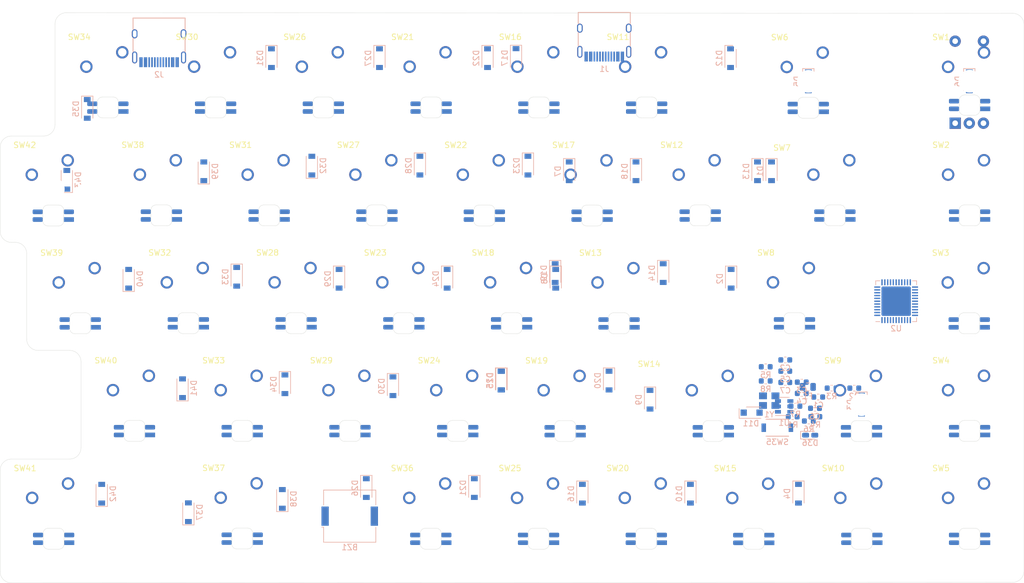
<source format=kicad_pcb>
(kicad_pcb (version 20171130) (host pcbnew 5.1.5-52549c5~84~ubuntu19.10.1)
  (title_block (title "RIGHT HALF") (date 2020-01-09) (rev 0.1) (company "Josh Johnson"))
  (layers (0 F.Cu signal) (31 B.Cu signal) (34 B.Paste user) (35 F.Paste user) (36 B.SilkS user) (37 F.SilkS user) (38 B.Mask user) (39 F.Mask user) (44 Edge.Cuts user))
  (net 0 "")
  (net 1 GND)
  (net 2 "Net-(C1-Pad1)")
  (net 3 "Net-(C2-Pad1)")
  (net 4 "Net-(C3-Pad1)")
  (net 5 "Net-(C4-Pad1)")
  (net 6 +5V)
  (net 7 "Net-(D1-Pad2)")
  (net 8 /ROW_2)
  (net 9 "Net-(D2-Pad2)")
  (net 10 /ROW_3)
  (net 11 "Net-(D3-Pad2)")
  (net 12 /ROW_4)
  (net 13 "Net-(D4-Pad2)")
  (net 14 /ROW_5)
  (net 15 "Net-(D5-Pad2)")
  (net 16 /ROW_1)
  (net 17 "Net-(D6-Pad2)")
  (net 18 "Net-(D7-Pad2)")
  (net 19 "Net-(D8-Pad2)")
  (net 20 "Net-(D9-Pad2)")
  (net 21 "Net-(D10-Pad2)")
  (net 22 VBUS)
  (net 23 "Net-(D12-Pad2)")
  (net 24 "Net-(D13-Pad2)")
  (net 25 "Net-(D14-Pad2)")
  (net 26 "Net-(D15-Pad2)")
  (net 27 "Net-(D16-Pad2)")
  (net 28 "Net-(D17-Pad2)")
  (net 29 "Net-(D18-Pad2)")
  (net 30 "Net-(D19-Pad2)")
  (net 31 "Net-(D20-Pad2)")
  (net 32 "Net-(D21-Pad2)")
  (net 33 "Net-(D22-Pad2)")
  (net 34 "Net-(D23-Pad2)")
  (net 35 "Net-(D24-Pad2)")
  (net 36 "Net-(D25-Pad2)")
  (net 37 "Net-(D26-Pad2)")
  (net 38 "Net-(D27-Pad2)")
  (net 39 "Net-(D28-Pad2)")
  (net 40 "Net-(D29-Pad2)")
  (net 41 "Net-(D30-Pad2)")
  (net 42 "Net-(D31-Pad2)")
  (net 43 "Net-(D32-Pad2)")
  (net 44 "Net-(D33-Pad2)")
  (net 45 "Net-(D34-Pad2)")
  (net 46 "Net-(D35-Pad2)")
  (net 47 "Net-(D36-Pad2)")
  (net 48 "Net-(F1-Pad2)")
  (net 49 "Net-(J1-PadA6)")
  (net 50 "Net-(J1-PadA5)")
  (net 51 "Net-(J1-PadA7)")
  (net 52 "Net-(J1-PadB5)")
  (net 53 /SCL_SERIAL)
  (net 54 /SDA)
  (net 55 "/32u4 Microcontroller/nRST")
  (net 56 /USB_D+)
  (net 57 "/32u4 Microcontroller/D+")
  (net 58 /USB_D-)
  (net 59 "/32u4 Microcontroller/D-")
  (net 60 /COL_1)
  (net 61 "Net-(SW1-Pad2)")
  (net 62 "Net-(SW2-Pad4)")
  (net 63 /DAT_1)
  (net 64 "Net-(SW3-Pad4)")
  (net 65 /DAT_2)
  (net 66 "Net-(SW4-Pad4)")
  (net 67 /DAT_3)
  (net 68 "Net-(SW10-Pad3)")
  (net 69 /DAT_4)
  (net 70 "Net-(SW11-Pad3)")
  (net 71 /COL_2)
  (net 72 "Net-(SW12-Pad3)")
  (net 73 "Net-(SW13-Pad3)")
  (net 74 "Net-(SW14-Pad3)")
  (net 75 "Net-(SW10-Pad4)")
  (net 76 "Net-(SW11-Pad4)")
  (net 77 /COL_3)
  (net 78 "Net-(SW12-Pad4)")
  (net 79 "Net-(SW13-Pad4)")
  (net 80 "Net-(SW14-Pad4)")
  (net 81 "Net-(SW15-Pad4)")
  (net 82 "Net-(SW16-Pad4)")
  (net 83 /COL_4)
  (net 84 "Net-(SW17-Pad4)")
  (net 85 "Net-(SW18-Pad4)")
  (net 86 "Net-(SW19-Pad4)")
  (net 87 "Net-(SW20-Pad4)")
  (net 88 "Net-(SW21-Pad4)")
  (net 89 /COL_5)
  (net 90 "Net-(SW22-Pad4)")
  (net 91 "Net-(SW23-Pad4)")
  (net 92 "Net-(SW24-Pad4)")
  (net 93 "Net-(SW26-Pad4)")
  (net 94 /COL_6)
  (net 95 "Net-(SW27-Pad4)")
  (net 96 "Net-(SW28-Pad4)")
  (net 97 "Net-(SW29-Pad4)")
  (net 98 "Net-(SW30-Pad4)")
  (net 99 /COL_7)
  (net 100 "Net-(D37-Pad2)")
  (net 101 "Net-(D38-Pad2)")
  (net 102 "Net-(D39-Pad2)")
  (net 103 "Net-(D40-Pad2)")
  (net 104 "Net-(D41-Pad2)")
  (net 105 "Net-(D42-Pad2)")
  (net 106 "Net-(D43-Pad2)")
  (net 107 "Net-(SW25-Pad4)")
  (net 108 "Net-(SW31-Pad4)")
  (net 109 "Net-(SW32-Pad4)")
  (net 110 "Net-(SW33-Pad4)")
  (net 111 /COL_8)
  (net 112 "Net-(SW36-Pad4)")
  (net 113 "Net-(SW37-Pad4)")
  (net 114 "Net-(SW38-Pad4)")
  (module josh-buttons-switches:MX_KEYSWITCH_RGB_2.5U (layer F.Cu) (at 93.14375 132.5)
    (fp_text reference SW37 (at -5 -7.8) (layer F.SilkS))
    (fp_text value MX_RGB)
    (fp_line (start -1.8 3.7) (end -1.8 5.6) (layer Edge.Cuts) (width 0.05))
    (fp_line (start -0.9 6.5) (end 1 6.5) (layer Edge.Cuts) (width 0.05))
    (fp_line (start 1.9 5.6) (end 1.9 3.7) (layer Edge.Cuts) (width 0.05))
    (fp_line (start 1 2.8) (end -0.9 2.8) (layer Edge.Cuts) (width 0.05))
    (fp_arc (start 1 3.7) (end 1.9 3.7) (angle -90) (layer Edge.Cuts) (width 0.05))
    (fp_arc (start -0.9 3.7) (end -0.9 2.8) (angle -90) (layer Edge.Cuts) (width 0.05))
    (fp_arc (start -0.9 5.6) (end -1.8 5.6) (angle -90) (layer Edge.Cuts) (width 0.05))
    (fp_arc (start 1 5.6) (end 1 6.5) (angle -90) (layer Edge.Cuts) (width 0.05))
    (pad "" np_thru_hole circle (at 11.86 8.22) (size 4 4) (drill 4) (layers *.Cu *.Mask))
    (pad "" np_thru_hole circle (at -11.9 8.22) (size 4 4) (drill 4) (layers *.Cu *.Mask))
    (pad "" np_thru_hole circle (at -11.9 8.22) (size 4 4) (drill 4) (layers *.Cu *.Mask))
    (pad "" np_thru_hole circle (at 11.9 -7.02) (size 3.05 3.05) (drill 3.05) (layers *.Cu *.Mask))
    (pad "" np_thru_hole circle (at -11.86 -7.02) (size 3.05 3.05) (drill 3.05) (layers *.Cu *.Mask))
    (pad 4 smd roundrect (at -2.7 5.36) (size 1.8 0.82) (layers B.Cu B.Paste B.Mask) (net 113 "Net-(SW37-Pad4)"))
    (pad 6 smd rect (at 2.8 5.36) (size 1.8 0.82) (layers B.Cu B.Paste B.Mask) (net 1 GND))
    (pad 3 smd roundrect (at 2.8 4) (size 1.8 0.82) (layers B.Cu B.Paste B.Mask) (net 112 "Net-(SW36-Pad4)"))
    (pad 5 smd roundrect (at -2.7 4) (size 1.8 0.82) (layers B.Cu B.Paste B.Mask) (net 6 +5V))
    (pad "" np_thru_hole circle (at 5.14 -0.02) (size 1.7 1.7) (drill 1.7) (layers *.Cu *.Mask))
    (pad "" np_thru_hole circle (at -5.02 -0.02) (size 1.7 1.7) (drill 1.7) (layers *.Cu *.Mask))
    (pad "" np_thru_hole circle (at 0.06 -0.02) (size 4 4) (drill 4) (layers *.Cu *.Mask))
    (pad 2 thru_hole circle (at -3.75 -2.56) (size 2.2 2.2) (drill 1.5) (layers *.Cu *.Mask) (net 99 /COL_7))
    (pad 1 thru_hole circle (at 2.6 -5.1) (size 2.2 2.2) (drill 1.5) (layers *.Cu *.Mask) (net 101 "Net-(D38-Pad2)"))
  )
  (module josh-buttons-switches:MX_KEYSWITCH_RGB_1.75U (layer F.Cu) (at 176.4275 113.50125)
    (fp_text reference SW14 (at -11.3 -7.2) (layer F.SilkS))
    (fp_text value MX_RGB)
    (fp_line (start -1.8 3.7) (end -1.8 5.6) (layer Edge.Cuts) (width 0.05))
    (fp_line (start -0.9 6.5) (end 1 6.5) (layer Edge.Cuts) (width 0.05))
    (fp_line (start 1.9 5.6) (end 1.9 3.7) (layer Edge.Cuts) (width 0.05))
    (fp_line (start 1 2.8) (end -0.9 2.8) (layer Edge.Cuts) (width 0.05))
    (fp_arc (start 1 3.7) (end 1.9 3.7) (angle -90) (layer Edge.Cuts) (width 0.05))
    (fp_arc (start -0.9 3.7) (end -0.9 2.8) (angle -90) (layer Edge.Cuts) (width 0.05))
    (fp_arc (start -0.9 5.6) (end -1.8 5.6) (angle -90) (layer Edge.Cuts) (width 0.05))
    (fp_arc (start 1 5.6) (end 1 6.5) (angle -90) (layer Edge.Cuts) (width 0.05))
    (pad 4 smd roundrect (at -2.7 5.36) (size 1.8 0.82) (layers B.Cu B.Paste B.Mask) (net 80 "Net-(SW14-Pad4)"))
    (pad 6 smd rect (at 2.8 5.36) (size 1.8 0.82) (layers B.Cu B.Paste B.Mask) (net 1 GND))
    (pad 3 smd roundrect (at 2.8 4) (size 1.8 0.82) (layers B.Cu B.Paste B.Mask) (net 74 "Net-(SW14-Pad3)"))
    (pad 5 smd roundrect (at -2.7 4) (size 1.8 0.82) (layers B.Cu B.Paste B.Mask) (net 6 +5V))
    (pad "" np_thru_hole circle (at 5.14 -0.02) (size 1.7 1.7) (drill 1.7) (layers *.Cu *.Mask))
    (pad "" np_thru_hole circle (at -5.02 -0.02) (size 1.7 1.7) (drill 1.7) (layers *.Cu *.Mask))
    (pad "" np_thru_hole circle (at 0.06 -0.02) (size 4 4) (drill 4) (layers *.Cu *.Mask))
    (pad 2 thru_hole circle (at -3.75 -2.56) (size 2.2 2.2) (drill 1.5) (layers *.Cu *.Mask) (net 77 /COL_3))
    (pad 1 thru_hole circle (at 2.6 -5.1) (size 2.2 2.2) (drill 1.5) (layers *.Cu *.Mask) (net 26 "Net-(D15-Pad2)"))
  )
  (module josh-buttons-switches:MX_KEYSWITCH_RGB_2.25U (layer F.Cu) (at 190.775 94.43125)
    (fp_text reference SW8 (at -5 -7.8) (layer F.SilkS))
    (fp_text value MX_RGB)
    (fp_line (start -1.8 3.7) (end -1.8 5.6) (layer Edge.Cuts) (width 0.05))
    (fp_line (start -0.9 6.5) (end 1 6.5) (layer Edge.Cuts) (width 0.05))
    (fp_line (start 1.9 5.6) (end 1.9 3.7) (layer Edge.Cuts) (width 0.05))
    (fp_line (start 1 2.8) (end -0.9 2.8) (layer Edge.Cuts) (width 0.05))
    (fp_arc (start 1 3.7) (end 1.9 3.7) (angle -90) (layer Edge.Cuts) (width 0.05))
    (fp_arc (start -0.9 3.7) (end -0.9 2.8) (angle -90) (layer Edge.Cuts) (width 0.05))
    (fp_arc (start -0.9 5.6) (end -1.8 5.6) (angle -90) (layer Edge.Cuts) (width 0.05))
    (fp_arc (start 1 5.6) (end 1 6.5) (angle -90) (layer Edge.Cuts) (width 0.05))
    (pad "" np_thru_hole circle (at 11.86 8.22) (size 4 4) (drill 4) (layers *.Cu *.Mask))
    (pad "" np_thru_hole circle (at -11.9 8.22) (size 4 4) (drill 4) (layers *.Cu *.Mask))
    (pad "" np_thru_hole circle (at -11.9 8.22) (size 4 4) (drill 4) (layers *.Cu *.Mask))
    (pad "" np_thru_hole circle (at 11.9 -7.02) (size 3.05 3.05) (drill 3.05) (layers *.Cu *.Mask))
    (pad "" np_thru_hole circle (at -11.86 -7.02) (size 3.05 3.05) (drill 3.05) (layers *.Cu *.Mask))
    (pad 4 smd roundrect (at -2.7 5.36) (size 1.8 0.82) (layers B.Cu B.Paste B.Mask) (net 73 "Net-(SW13-Pad3)"))
    (pad 6 smd rect (at 2.8 5.36) (size 1.8 0.82) (layers B.Cu B.Paste B.Mask) (net 1 GND))
    (pad 3 smd roundrect (at 2.8 4) (size 1.8 0.82) (layers B.Cu B.Paste B.Mask) (net 64 "Net-(SW3-Pad4)"))
    (pad 5 smd roundrect (at -2.7 4) (size 1.8 0.82) (layers B.Cu B.Paste B.Mask) (net 6 +5V))
    (pad "" np_thru_hole circle (at 5.14 -0.02) (size 1.7 1.7) (drill 1.7) (layers *.Cu *.Mask))
    (pad "" np_thru_hole circle (at -5.02 -0.02) (size 1.7 1.7) (drill 1.7) (layers *.Cu *.Mask))
    (pad "" np_thru_hole circle (at 0.06 -0.02) (size 4 4) (drill 4) (layers *.Cu *.Mask))
    (pad 2 thru_hole circle (at -3.75 -2.56) (size 2.2 2.2) (drill 1.5) (layers *.Cu *.Mask) (net 71 /COL_2))
    (pad 1 thru_hole circle (at 2.6 -5.1) (size 2.2 2.2) (drill 1.5) (layers *.Cu *.Mask) (net 19 "Net-(D8-Pad2)"))
  )
  (module josh-buttons-switches:MX_KEYSWITCH_RGB_1.5U (layer F.Cu) (at 197.91875 75.38125)
    (fp_text reference SW7 (at -9.3 -7.3) (layer F.SilkS))
    (fp_text value MX_RGB)
    (fp_line (start -1.8 3.7) (end -1.8 5.6) (layer Edge.Cuts) (width 0.05))
    (fp_line (start -0.9 6.5) (end 1 6.5) (layer Edge.Cuts) (width 0.05))
    (fp_line (start 1.9 5.6) (end 1.9 3.7) (layer Edge.Cuts) (width 0.05))
    (fp_line (start 1 2.8) (end -0.9 2.8) (layer Edge.Cuts) (width 0.05))
    (fp_arc (start 1 3.7) (end 1.9 3.7) (angle -90) (layer Edge.Cuts) (width 0.05))
    (fp_arc (start -0.9 3.7) (end -0.9 2.8) (angle -90) (layer Edge.Cuts) (width 0.05))
    (fp_arc (start -0.9 5.6) (end -1.8 5.6) (angle -90) (layer Edge.Cuts) (width 0.05))
    (fp_arc (start 1 5.6) (end 1 6.5) (angle -90) (layer Edge.Cuts) (width 0.05))
    (pad 4 smd roundrect (at -2.7 5.36) (size 1.8 0.82) (layers B.Cu B.Paste B.Mask) (net 72 "Net-(SW12-Pad3)"))
    (pad 6 smd rect (at 2.8 5.36) (size 1.8 0.82) (layers B.Cu B.Paste B.Mask) (net 1 GND))
    (pad 3 smd roundrect (at 2.8 4) (size 1.8 0.82) (layers B.Cu B.Paste B.Mask) (net 62 "Net-(SW2-Pad4)"))
    (pad 5 smd roundrect (at -2.7 4) (size 1.8 0.82) (layers B.Cu B.Paste B.Mask) (net 6 +5V))
    (pad "" np_thru_hole circle (at 5.14 -0.02) (size 1.7 1.7) (drill 1.7) (layers *.Cu *.Mask))
    (pad "" np_thru_hole circle (at -5.02 -0.02) (size 1.7 1.7) (drill 1.7) (layers *.Cu *.Mask))
    (pad "" np_thru_hole circle (at 0.06 -0.02) (size 4 4) (drill 4) (layers *.Cu *.Mask))
    (pad 2 thru_hole circle (at -3.75 -2.56) (size 2.2 2.2) (drill 1.5) (layers *.Cu *.Mask) (net 71 /COL_2))
    (pad 1 thru_hole circle (at 2.6 -5.1) (size 2.2 2.2) (drill 1.5) (layers *.Cu *.Mask) (net 18 "Net-(D7-Pad2)"))
  )
  (module josh-buttons-switches:MX_KEYSWITCH_RGB_2U (layer F.Cu) (at 193.215 56.35125)
    (fp_text reference SW6 (at -5 -7.8) (layer F.SilkS))
    (fp_text value MX_RGB)
    (fp_line (start -1.8 3.7) (end -1.8 5.6) (layer Edge.Cuts) (width 0.05))
    (fp_line (start -0.9 6.5) (end 1 6.5) (layer Edge.Cuts) (width 0.05))
    (fp_line (start 1.9 5.6) (end 1.9 3.7) (layer Edge.Cuts) (width 0.05))
    (fp_line (start 1 2.8) (end -0.9 2.8) (layer Edge.Cuts) (width 0.05))
    (fp_arc (start 1 3.7) (end 1.9 3.7) (angle -90) (layer Edge.Cuts) (width 0.05))
    (fp_arc (start -0.9 3.7) (end -0.9 2.8) (angle -90) (layer Edge.Cuts) (width 0.05))
    (fp_arc (start -0.9 5.6) (end -1.8 5.6) (angle -90) (layer Edge.Cuts) (width 0.05))
    (fp_arc (start 1 5.6) (end 1 6.5) (angle -90) (layer Edge.Cuts) (width 0.05))
    (pad "" np_thru_hole circle (at 11.86 8.22) (size 4 4) (drill 4) (layers *.Cu *.Mask))
    (pad "" np_thru_hole circle (at -11.9 8.22) (size 4 4) (drill 4) (layers *.Cu *.Mask))
    (pad "" np_thru_hole circle (at -11.9 8.22) (size 4 4) (drill 4) (layers *.Cu *.Mask))
    (pad "" np_thru_hole circle (at 11.9 -7.02) (size 3.05 3.05) (drill 3.05) (layers *.Cu *.Mask))
    (pad "" np_thru_hole circle (at -11.86 -7.02) (size 3.05 3.05) (drill 3.05) (layers *.Cu *.Mask))
    (pad 4 smd roundrect (at -2.7 5.36) (size 1.8 0.82) (layers B.Cu B.Paste B.Mask) (net 70 "Net-(SW11-Pad3)"))
    (pad 6 smd rect (at 2.8 5.36) (size 1.8 0.82) (layers B.Cu B.Paste B.Mask) (net 1 GND))
    (pad 3 smd roundrect (at 2.8 4) (size 1.8 0.82) (layers B.Cu B.Paste B.Mask) (net 61 "Net-(SW1-Pad2)"))
    (pad 5 smd roundrect (at -2.7 4) (size 1.8 0.82) (layers B.Cu B.Paste B.Mask) (net 6 +5V))
    (pad "" np_thru_hole circle (at 5.14 -0.02) (size 1.7 1.7) (drill 1.7) (layers *.Cu *.Mask))
    (pad "" np_thru_hole circle (at -5.02 -0.02) (size 1.7 1.7) (drill 1.7) (layers *.Cu *.Mask))
    (pad "" np_thru_hole circle (at 0.06 -0.02) (size 4 4) (drill 4) (layers *.Cu *.Mask))
    (pad 2 thru_hole circle (at -3.75 -2.56) (size 2.2 2.2) (drill 1.5) (layers *.Cu *.Mask) (net 71 /COL_2))
    (pad 1 thru_hole circle (at 2.6 -5.1) (size 2.2 2.2) (drill 1.5) (layers *.Cu *.Mask) (net 17 "Net-(D6-Pad2)"))
  )
  (module Package_DFN_QFN:QFN-44-1EP_7x7mm_P0.5mm_EP5.2x5.2mm (layer B.Cu) (at 208.8 95.2)
    (fp_text reference U2 (at 0 4.82) (layer B.SilkS) (effects (justify mirror)))
    (fp_text value ATmega32U4-MU)
    (pad 44 smd roundrect (at -2.5 3.3375) (size 0.25 1.075) (layers B.Cu B.Paste B.Mask) (net 6 +5V))
    (pad 43 smd roundrect (at -2 3.3375) (size 0.25 1.075) (layers B.Cu B.Paste B.Mask) (net 1 GND))
    (pad 42 smd roundrect (at -1.5 3.3375) (size 0.25 1.075) (layers B.Cu B.Paste B.Mask) (net 4 "Net-(C3-Pad1)"))
    (pad 41 smd roundrect (at -1 3.3375) (size 0.25 1.075) (layers B.Cu B.Paste B.Mask))
    (pad 40 smd roundrect (at -0.5 3.3375) (size 0.25 1.075) (layers B.Cu B.Paste B.Mask))
    (pad 39 smd roundrect (at 0 3.3375) (size 0.25 1.075) (layers B.Cu B.Paste B.Mask))
    (pad 38 smd roundrect (at 0.5 3.3375) (size 0.25 1.075) (layers B.Cu B.Paste B.Mask))
    (pad 37 smd roundrect (at 1 3.3375) (size 0.25 1.075) (layers B.Cu B.Paste B.Mask))
    (pad 36 smd roundrect (at 1.5 3.3375) (size 0.25 1.075) (layers B.Cu B.Paste B.Mask))
    (pad 35 smd roundrect (at 2 3.3375) (size 0.25 1.075) (layers B.Cu B.Paste B.Mask) (net 1 GND))
    (pad 34 smd roundrect (at 2.5 3.3375) (size 0.25 1.075) (layers B.Cu B.Paste B.Mask) (net 6 +5V))
    (pad 33 smd roundrect (at 3.3375 2.5) (size 1.075 0.25) (layers B.Cu B.Paste B.Mask) (net 1 GND))
    (pad 32 smd roundrect (at 3.3375 2) (size 1.075 0.25) (layers B.Cu B.Paste B.Mask))
    (pad 31 smd roundrect (at 3.3375 1.5) (size 1.075 0.25) (layers B.Cu B.Paste B.Mask))
    (pad 30 smd roundrect (at 3.3375 1) (size 1.075 0.25) (layers B.Cu B.Paste B.Mask))
    (pad 29 smd roundrect (at 3.3375 0.5) (size 1.075 0.25) (layers B.Cu B.Paste B.Mask))
    (pad 28 smd roundrect (at 3.3375 0) (size 1.075 0.25) (layers B.Cu B.Paste B.Mask))
    (pad 27 smd roundrect (at 3.3375 -0.5) (size 1.075 0.25) (layers B.Cu B.Paste B.Mask))
    (pad 26 smd roundrect (at 3.3375 -1) (size 1.075 0.25) (layers B.Cu B.Paste B.Mask))
    (pad 25 smd roundrect (at 3.3375 -1.5) (size 1.075 0.25) (layers B.Cu B.Paste B.Mask))
    (pad 24 smd roundrect (at 3.3375 -2) (size 1.075 0.25) (layers B.Cu B.Paste B.Mask) (net 6 +5V))
    (pad 23 smd roundrect (at 3.3375 -2.5) (size 1.075 0.25) (layers B.Cu B.Paste B.Mask) (net 1 GND))
    (pad 22 smd roundrect (at 2.5 -3.3375) (size 0.25 1.075) (layers B.Cu B.Paste B.Mask))
    (pad 21 smd roundrect (at 2 -3.3375) (size 0.25 1.075) (layers B.Cu B.Paste B.Mask))
    (pad 20 smd roundrect (at 1.5 -3.3375) (size 0.25 1.075) (layers B.Cu B.Paste B.Mask))
    (pad 19 smd roundrect (at 1 -3.3375) (size 0.25 1.075) (layers B.Cu B.Paste B.Mask) (net 54 /SDA))
    (pad 18 smd roundrect (at 0.5 -3.3375) (size 0.25 1.075) (layers B.Cu B.Paste B.Mask) (net 53 /SCL_SERIAL))
    (pad 17 smd roundrect (at 0 -3.3375) (size 0.25 1.075) (layers B.Cu B.Paste B.Mask) (net 2 "Net-(C1-Pad1)"))
    (pad 16 smd roundrect (at -0.5 -3.3375) (size 0.25 1.075) (layers B.Cu B.Paste B.Mask) (net 3 "Net-(C2-Pad1)"))
    (pad 15 smd roundrect (at -1 -3.3375) (size 0.25 1.075) (layers B.Cu B.Paste B.Mask) (net 1 GND))
    (pad 14 smd roundrect (at -1.5 -3.3375) (size 0.25 1.075) (layers B.Cu B.Paste B.Mask) (net 6 +5V))
    (pad 13 smd roundrect (at -2 -3.3375) (size 0.25 1.075) (layers B.Cu B.Paste B.Mask) (net 55 "/32u4 Microcontroller/nRST"))
    (pad 12 smd roundrect (at -2.5 -3.3375) (size 0.25 1.075) (layers B.Cu B.Paste B.Mask))
    (pad 11 smd roundrect (at -3.3375 -2.5) (size 1.075 0.25) (layers B.Cu B.Paste B.Mask))
    (pad 10 smd roundrect (at -3.3375 -2) (size 1.075 0.25) (layers B.Cu B.Paste B.Mask))
    (pad 9 smd roundrect (at -3.3375 -1.5) (size 1.075 0.25) (layers B.Cu B.Paste B.Mask))
    (pad 8 smd roundrect (at -3.3375 -1) (size 1.075 0.25) (layers B.Cu B.Paste B.Mask))
    (pad 7 smd roundrect (at -3.3375 -0.5) (size 1.075 0.25) (layers B.Cu B.Paste B.Mask) (net 22 VBUS))
    (pad 6 smd roundrect (at -3.3375 0) (size 1.075 0.25) (layers B.Cu B.Paste B.Mask) (net 5 "Net-(C4-Pad1)"))
    (pad 5 smd roundrect (at -3.3375 0.5) (size 1.075 0.25) (layers B.Cu B.Paste B.Mask) (net 1 GND))
    (pad 4 smd roundrect (at -3.3375 1) (size 1.075 0.25) (layers B.Cu B.Paste B.Mask) (net 57 "/32u4 Microcontroller/D+"))
    (pad 3 smd roundrect (at -3.3375 1.5) (size 1.075 0.25) (layers B.Cu B.Paste B.Mask) (net 59 "/32u4 Microcontroller/D-"))
    (pad 2 smd roundrect (at -3.3375 2) (size 1.075 0.25) (layers B.Cu B.Paste B.Mask) (net 22 VBUS))
    (pad 1 smd roundrect (at -3.3375 2.5) (size 1.075 0.25) (layers B.Cu B.Paste B.Mask))
    (pad 45 smd roundrect (at 0 0) (size 5.2 5.2) (layers B.Cu B.Mask) (roundrect_rratio 0.048077) (net 1 GND))
  )
  (module josh-buttons-switches:MX_KEYSWITCH_RGB (layer F.Cu) (at 59.74625 75.40125)
    (fp_text reference SW42 (at -5 -7.8) (layer F.SilkS))
    (fp_text value MX_RGB)
    (fp_line (start -1.8 3.7) (end -1.8 5.6) (layer Edge.Cuts) (width 0.05))
    (fp_line (start -0.9 6.5) (end 1 6.5) (layer Edge.Cuts) (width 0.05))
    (fp_line (start 1.9 5.6) (end 1.9 3.7) (layer Edge.Cuts) (width 0.05))
    (fp_line (start 1 2.8) (end -0.9 2.8) (layer Edge.Cuts) (width 0.05))
    (fp_arc (start 1 3.7) (end 1.9 3.7) (angle -90) (layer Edge.Cuts) (width 0.05))
    (fp_arc (start -0.9 3.7) (end -0.9 2.8) (angle -90) (layer Edge.Cuts) (width 0.05))
    (fp_arc (start -0.9 5.6) (end -1.8 5.6) (angle -90) (layer Edge.Cuts) (width 0.05))
    (fp_arc (start 1 5.6) (end 1 6.5) (angle -90) (layer Edge.Cuts) (width 0.05))
    (pad 4 smd roundrect (at -2.7 5.36) (size 1.8 0.82) (layers B.Cu B.Paste B.Mask) (net 65 /DAT_2))
    (pad 6 smd rect (at 2.8 5.36) (size 1.8 0.82) (layers B.Cu B.Paste B.Mask) (net 1 GND))
    (pad 3 smd roundrect (at 2.8 4) (size 1.8 0.82) (layers B.Cu B.Paste B.Mask) (net 114 "Net-(SW38-Pad4)"))
    (pad 5 smd roundrect (at -2.7 4) (size 1.8 0.82) (layers B.Cu B.Paste B.Mask) (net 6 +5V))
    (pad "" np_thru_hole circle (at 5.14 -0.02) (size 1.7 1.7) (drill 1.7) (layers *.Cu *.Mask))
    (pad "" np_thru_hole circle (at -5.02 -0.02) (size 1.7 1.7) (drill 1.7) (layers *.Cu *.Mask))
    (pad "" np_thru_hole circle (at 0.06 -0.02) (size 4 4) (drill 4) (layers *.Cu *.Mask))
    (pad 2 thru_hole circle (at -3.75 -2.56) (size 2.2 2.2) (drill 1.5) (layers *.Cu *.Mask))
    (pad 1 thru_hole circle (at 2.6 -5.1) (size 2.2 2.2) (drill 1.5) (layers *.Cu *.Mask) (net 106 "Net-(D43-Pad2)"))
  )
  (module josh-buttons-switches:MX_KEYSWITCH_RGB (layer F.Cu) (at 59.80625 132.53125)
    (fp_text reference SW41 (at -5 -7.8) (layer F.SilkS))
    (fp_text value MX_RGB)
    (fp_line (start -1.8 3.7) (end -1.8 5.6) (layer Edge.Cuts) (width 0.05))
    (fp_line (start -0.9 6.5) (end 1 6.5) (layer Edge.Cuts) (width 0.05))
    (fp_line (start 1.9 5.6) (end 1.9 3.7) (layer Edge.Cuts) (width 0.05))
    (fp_line (start 1 2.8) (end -0.9 2.8) (layer Edge.Cuts) (width 0.05))
    (fp_arc (start 1 3.7) (end 1.9 3.7) (angle -90) (layer Edge.Cuts) (width 0.05))
    (fp_arc (start -0.9 3.7) (end -0.9 2.8) (angle -90) (layer Edge.Cuts) (width 0.05))
    (fp_arc (start -0.9 5.6) (end -1.8 5.6) (angle -90) (layer Edge.Cuts) (width 0.05))
    (fp_arc (start 1 5.6) (end 1 6.5) (angle -90) (layer Edge.Cuts) (width 0.05))
    (pad 4 smd roundrect (at -2.7 5.36) (size 1.8 0.82) (layers B.Cu B.Paste B.Mask))
    (pad 6 smd rect (at 2.8 5.36) (size 1.8 0.82) (layers B.Cu B.Paste B.Mask) (net 1 GND))
    (pad 3 smd roundrect (at 2.8 4) (size 1.8 0.82) (layers B.Cu B.Paste B.Mask) (net 113 "Net-(SW37-Pad4)"))
    (pad 5 smd roundrect (at -2.7 4) (size 1.8 0.82) (layers B.Cu B.Paste B.Mask) (net 6 +5V))
    (pad "" np_thru_hole circle (at 5.14 -0.02) (size 1.7 1.7) (drill 1.7) (layers *.Cu *.Mask))
    (pad "" np_thru_hole circle (at -5.02 -0.02) (size 1.7 1.7) (drill 1.7) (layers *.Cu *.Mask))
    (pad "" np_thru_hole circle (at 0.06 -0.02) (size 4 4) (drill 4) (layers *.Cu *.Mask))
    (pad 2 thru_hole circle (at -3.75 -2.56) (size 2.2 2.2) (drill 1.5) (layers *.Cu *.Mask) (net 111 /COL_8))
    (pad 1 thru_hole circle (at 2.6 -5.1) (size 2.2 2.2) (drill 1.5) (layers *.Cu *.Mask) (net 105 "Net-(D42-Pad2)"))
  )
  (module josh-buttons-switches:MX_KEYSWITCH_RGB (layer F.Cu) (at 74.09375 113.48125)
    (fp_text reference SW40 (at -5 -7.8) (layer F.SilkS))
    (fp_text value MX_RGB)
    (fp_line (start -1.8 3.7) (end -1.8 5.6) (layer Edge.Cuts) (width 0.05))
    (fp_line (start -0.9 6.5) (end 1 6.5) (layer Edge.Cuts) (width 0.05))
    (fp_line (start 1.9 5.6) (end 1.9 3.7) (layer Edge.Cuts) (width 0.05))
    (fp_line (start 1 2.8) (end -0.9 2.8) (layer Edge.Cuts) (width 0.05))
    (fp_arc (start 1 3.7) (end 1.9 3.7) (angle -90) (layer Edge.Cuts) (width 0.05))
    (fp_arc (start -0.9 3.7) (end -0.9 2.8) (angle -90) (layer Edge.Cuts) (width 0.05))
    (fp_arc (start -0.9 5.6) (end -1.8 5.6) (angle -90) (layer Edge.Cuts) (width 0.05))
    (fp_arc (start 1 5.6) (end 1 6.5) (angle -90) (layer Edge.Cuts) (width 0.05))
    (pad 4 smd roundrect (at -2.7 5.36) (size 1.8 0.82) (layers B.Cu B.Paste B.Mask) (net 69 /DAT_4))
    (pad 6 smd rect (at 2.8 5.36) (size 1.8 0.82) (layers B.Cu B.Paste B.Mask) (net 1 GND))
    (pad 3 smd roundrect (at 2.8 4) (size 1.8 0.82) (layers B.Cu B.Paste B.Mask) (net 110 "Net-(SW33-Pad4)"))
    (pad 5 smd roundrect (at -2.7 4) (size 1.8 0.82) (layers B.Cu B.Paste B.Mask) (net 6 +5V))
    (pad "" np_thru_hole circle (at 5.14 -0.02) (size 1.7 1.7) (drill 1.7) (layers *.Cu *.Mask))
    (pad "" np_thru_hole circle (at -5.02 -0.02) (size 1.7 1.7) (drill 1.7) (layers *.Cu *.Mask))
    (pad "" np_thru_hole circle (at 0.06 -0.02) (size 4 4) (drill 4) (layers *.Cu *.Mask))
    (pad 2 thru_hole circle (at -3.75 -2.56) (size 2.2 2.2) (drill 1.5) (layers *.Cu *.Mask) (net 111 /COL_8))
    (pad 1 thru_hole circle (at 2.6 -5.1) (size 2.2 2.2) (drill 1.5) (layers *.Cu *.Mask) (net 104 "Net-(D41-Pad2)"))
  )
  (module josh-buttons-switches:MX_KEYSWITCH_RGB (layer F.Cu) (at 64.50875 94.45125)
    (fp_text reference SW39 (at -5 -7.8) (layer F.SilkS))
    (fp_text value MX_RGB)
    (fp_line (start -1.8 3.7) (end -1.8 5.6) (layer Edge.Cuts) (width 0.05))
    (fp_line (start -0.9 6.5) (end 1 6.5) (layer Edge.Cuts) (width 0.05))
    (fp_line (start 1.9 5.6) (end 1.9 3.7) (layer Edge.Cuts) (width 0.05))
    (fp_line (start 1 2.8) (end -0.9 2.8) (layer Edge.Cuts) (width 0.05))
    (fp_arc (start 1 3.7) (end 1.9 3.7) (angle -90) (layer Edge.Cuts) (width 0.05))
    (fp_arc (start -0.9 3.7) (end -0.9 2.8) (angle -90) (layer Edge.Cuts) (width 0.05))
    (fp_arc (start -0.9 5.6) (end -1.8 5.6) (angle -90) (layer Edge.Cuts) (width 0.05))
    (fp_arc (start 1 5.6) (end 1 6.5) (angle -90) (layer Edge.Cuts) (width 0.05))
    (pad 4 smd roundrect (at -2.7 5.36) (size 1.8 0.82) (layers B.Cu B.Paste B.Mask) (net 67 /DAT_3))
    (pad 6 smd rect (at 2.8 5.36) (size 1.8 0.82) (layers B.Cu B.Paste B.Mask) (net 1 GND))
    (pad 3 smd roundrect (at 2.8 4) (size 1.8 0.82) (layers B.Cu B.Paste B.Mask) (net 109 "Net-(SW32-Pad4)"))
    (pad 5 smd roundrect (at -2.7 4) (size 1.8 0.82) (layers B.Cu B.Paste B.Mask) (net 6 +5V))
    (pad "" np_thru_hole circle (at 5.14 -0.02) (size 1.7 1.7) (drill 1.7) (layers *.Cu *.Mask))
    (pad "" np_thru_hole circle (at -5.02 -0.02) (size 1.7 1.7) (drill 1.7) (layers *.Cu *.Mask))
    (pad "" np_thru_hole circle (at 0.06 -0.02) (size 4 4) (drill 4) (layers *.Cu *.Mask))
    (pad 2 thru_hole circle (at -3.75 -2.56) (size 2.2 2.2) (drill 1.5) (layers *.Cu *.Mask) (net 111 /COL_8))
    (pad 1 thru_hole circle (at 2.6 -5.1) (size 2.2 2.2) (drill 1.5) (layers *.Cu *.Mask) (net 103 "Net-(D40-Pad2)"))
  )
  (module josh-buttons-switches:MX_KEYSWITCH_RGB (layer F.Cu) (at 78.85625 75.38125)
    (fp_text reference SW38 (at -5 -7.8) (layer F.SilkS))
    (fp_text value MX_RGB)
    (fp_line (start -1.8 3.7) (end -1.8 5.6) (layer Edge.Cuts) (width 0.05))
    (fp_line (start -0.9 6.5) (end 1 6.5) (layer Edge.Cuts) (width 0.05))
    (fp_line (start 1.9 5.6) (end 1.9 3.7) (layer Edge.Cuts) (width 0.05))
    (fp_line (start 1 2.8) (end -0.9 2.8) (layer Edge.Cuts) (width 0.05))
    (fp_arc (start 1 3.7) (end 1.9 3.7) (angle -90) (layer Edge.Cuts) (width 0.05))
    (fp_arc (start -0.9 3.7) (end -0.9 2.8) (angle -90) (layer Edge.Cuts) (width 0.05))
    (fp_arc (start -0.9 5.6) (end -1.8 5.6) (angle -90) (layer Edge.Cuts) (width 0.05))
    (fp_arc (start 1 5.6) (end 1 6.5) (angle -90) (layer Edge.Cuts) (width 0.05))
    (pad 4 smd roundrect (at -2.7 5.36) (size 1.8 0.82) (layers B.Cu B.Paste B.Mask) (net 114 "Net-(SW38-Pad4)"))
    (pad 6 smd rect (at 2.8 5.36) (size 1.8 0.82) (layers B.Cu B.Paste B.Mask) (net 1 GND))
    (pad 3 smd roundrect (at 2.8 4) (size 1.8 0.82) (layers B.Cu B.Paste B.Mask) (net 108 "Net-(SW31-Pad4)"))
    (pad 5 smd roundrect (at -2.7 4) (size 1.8 0.82) (layers B.Cu B.Paste B.Mask) (net 6 +5V))
    (pad "" np_thru_hole circle (at 5.14 -0.02) (size 1.7 1.7) (drill 1.7) (layers *.Cu *.Mask))
    (pad "" np_thru_hole circle (at -5.02 -0.02) (size 1.7 1.7) (drill 1.7) (layers *.Cu *.Mask))
    (pad "" np_thru_hole circle (at 0.06 -0.02) (size 4 4) (drill 4) (layers *.Cu *.Mask))
    (pad 2 thru_hole circle (at -3.75 -2.56) (size 2.2 2.2) (drill 1.5) (layers *.Cu *.Mask) (net 111 /COL_8))
    (pad 1 thru_hole circle (at 2.6 -5.1) (size 2.2 2.2) (drill 1.5) (layers *.Cu *.Mask) (net 102 "Net-(D39-Pad2)"))
  )
  (module josh-buttons-switches:MX_KEYSWITCH_RGB (layer F.Cu) (at 126.48125 132.53125)
    (fp_text reference SW36 (at -5 -7.8) (layer F.SilkS))
    (fp_text value MX_RGB)
    (fp_line (start -1.8 3.7) (end -1.8 5.6) (layer Edge.Cuts) (width 0.05))
    (fp_line (start -0.9 6.5) (end 1 6.5) (layer Edge.Cuts) (width 0.05))
    (fp_line (start 1.9 5.6) (end 1.9 3.7) (layer Edge.Cuts) (width 0.05))
    (fp_line (start 1 2.8) (end -0.9 2.8) (layer Edge.Cuts) (width 0.05))
    (fp_arc (start 1 3.7) (end 1.9 3.7) (angle -90) (layer Edge.Cuts) (width 0.05))
    (fp_arc (start -0.9 3.7) (end -0.9 2.8) (angle -90) (layer Edge.Cuts) (width 0.05))
    (fp_arc (start -0.9 5.6) (end -1.8 5.6) (angle -90) (layer Edge.Cuts) (width 0.05))
    (fp_arc (start 1 5.6) (end 1 6.5) (angle -90) (layer Edge.Cuts) (width 0.05))
    (pad 4 smd roundrect (at -2.7 5.36) (size 1.8 0.82) (layers B.Cu B.Paste B.Mask) (net 112 "Net-(SW36-Pad4)"))
    (pad 6 smd rect (at 2.8 5.36) (size 1.8 0.82) (layers B.Cu B.Paste B.Mask) (net 1 GND))
    (pad 3 smd roundrect (at 2.8 4) (size 1.8 0.82) (layers B.Cu B.Paste B.Mask) (net 107 "Net-(SW25-Pad4)"))
    (pad 5 smd roundrect (at -2.7 4) (size 1.8 0.82) (layers B.Cu B.Paste B.Mask) (net 6 +5V))
    (pad "" np_thru_hole circle (at 5.14 -0.02) (size 1.7 1.7) (drill 1.7) (layers *.Cu *.Mask))
    (pad "" np_thru_hole circle (at -5.02 -0.02) (size 1.7 1.7) (drill 1.7) (layers *.Cu *.Mask))
    (pad "" np_thru_hole circle (at 0.06 -0.02) (size 4 4) (drill 4) (layers *.Cu *.Mask))
    (pad 2 thru_hole circle (at -3.75 -2.56) (size 2.2 2.2) (drill 1.5) (layers *.Cu *.Mask) (net 94 /COL_6))
    (pad 1 thru_hole circle (at 2.6 -5.1) (size 2.2 2.2) (drill 1.5) (layers *.Cu *.Mask) (net 100 "Net-(D37-Pad2)"))
  )
  (module Diode_SMD:D_SOD-123 (layer B.Cu) (at 62.1875 73.73125 90)
    (fp_text reference D43 (at 0 2 90) (layer B.SilkS) (effects (justify mirror)))
    (fp_text value 1N4148W-7-F)
    (pad 2 smd rect (at 1.65 0 90) (size 0.9 1.2) (layers B.Cu B.Paste B.Mask) (net 106 "Net-(D43-Pad2)"))
    (pad 1 smd rect (at -1.65 0 90) (size 0.9 1.2) (layers B.Cu B.Paste B.Mask) (net 8 /ROW_2))
  )
  (module Diode_SMD:D_SOD-123 (layer B.Cu) (at 68.35625 129.23125 90)
    (fp_text reference D42 (at 0 2 90) (layer B.SilkS) (effects (justify mirror)))
    (fp_text value 1N4148W-7-F)
    (pad 2 smd rect (at 1.65 0 90) (size 0.9 1.2) (layers B.Cu B.Paste B.Mask) (net 105 "Net-(D42-Pad2)"))
    (pad 1 smd rect (at -1.65 0 90) (size 0.9 1.2) (layers B.Cu B.Paste B.Mask) (net 14 /ROW_5))
  )
  (module Diode_SMD:D_SOD-123 (layer B.Cu) (at 82.64375 110.58125 90)
    (fp_text reference D41 (at 0 2 90) (layer B.SilkS) (effects (justify mirror)))
    (fp_text value 1N4148W-7-F)
    (pad 2 smd rect (at 1.65 0 90) (size 0.9 1.2) (layers B.Cu B.Paste B.Mask) (net 104 "Net-(D41-Pad2)"))
    (pad 1 smd rect (at -1.65 0 90) (size 0.9 1.2) (layers B.Cu B.Paste B.Mask) (net 12 /ROW_4))
  )
  (module Diode_SMD:D_SOD-123 (layer B.Cu) (at 73.11875 91.23125 90)
    (fp_text reference D40 (at 0 2 90) (layer B.SilkS) (effects (justify mirror)))
    (fp_text value 1N4148W-7-F)
    (pad 2 smd rect (at 1.65 0 90) (size 0.9 1.2) (layers B.Cu B.Paste B.Mask) (net 103 "Net-(D40-Pad2)"))
    (pad 1 smd rect (at -1.65 0 90) (size 0.9 1.2) (layers B.Cu B.Paste B.Mask) (net 10 /ROW_3))
  )
  (module Diode_SMD:D_SOD-123 (layer B.Cu) (at 86.40625 72.23125 90)
    (fp_text reference D39 (at 0 2 90) (layer B.SilkS) (effects (justify mirror)))
    (fp_text value 1N4148W-7-F)
    (pad 2 smd rect (at 1.65 0 90) (size 0.9 1.2) (layers B.Cu B.Paste B.Mask) (net 102 "Net-(D39-Pad2)"))
    (pad 1 smd rect (at -1.65 0 90) (size 0.9 1.2) (layers B.Cu B.Paste B.Mask) (net 8 /ROW_2))
  )
  (module Diode_SMD:D_SOD-123 (layer B.Cu) (at 100.2875 130.15 90)
    (fp_text reference D38 (at 0 2 90) (layer B.SilkS) (effects (justify mirror)))
    (fp_text value 1N4148W-7-F)
    (pad 2 smd rect (at 1.65 0 90) (size 0.9 1.2) (layers B.Cu B.Paste B.Mask) (net 101 "Net-(D38-Pad2)"))
    (pad 1 smd rect (at -1.65 0 90) (size 0.9 1.2) (layers B.Cu B.Paste B.Mask) (net 14 /ROW_5))
  )
  (module Diode_SMD:D_SOD-123 (layer B.Cu) (at 83.67875 132.5 90)
    (fp_text reference D37 (at 0 2 90) (layer B.SilkS) (effects (justify mirror)))
    (fp_text value 1N4148W-7-F)
    (pad 2 smd rect (at 1.65 0 90) (size 0.9 1.2) (layers B.Cu B.Paste B.Mask) (net 100 "Net-(D37-Pad2)"))
    (pad 1 smd rect (at -1.65 0 90) (size 0.9 1.2) (layers B.Cu B.Paste B.Mask) (net 14 /ROW_5))
  )
  (module Capacitor_SMD:C_0603_1608Metric (layer B.Cu) (at 189.2 109.56)
    (fp_text reference C7 (at 0 1.43) (layer B.SilkS) (effects (justify mirror)))
    (fp_text value 100n)
    (pad 2 smd roundrect (at 0.7875 0) (size 0.875 0.95) (layers B.Cu B.Paste B.Mask) (net 1 GND))
    (pad 1 smd roundrect (at -0.7875 0) (size 0.875 0.95) (layers B.Cu B.Paste B.Mask) (net 6 +5V))
  )
  (module Capacitor_SMD:C_0603_1608Metric (layer B.Cu) (at 194.45 114.13)
    (fp_text reference C6 (at 0 1.43) (layer B.SilkS) (effects (justify mirror)))
    (fp_text value 100n)
    (pad 2 smd roundrect (at 0.7875 0) (size 0.875 0.95) (layers B.Cu B.Paste B.Mask) (net 1 GND))
    (pad 1 smd roundrect (at -0.7875 0) (size 0.875 0.95) (layers B.Cu B.Paste B.Mask) (net 6 +5V))
  )
  (module Capacitor_SMD:C_0603_1608Metric (layer B.Cu) (at 189.2 107.57)
    (fp_text reference C5 (at 0 1.43) (layer B.SilkS) (effects (justify mirror)))
    (fp_text value 1u)
    (pad 2 smd roundrect (at 0.7875 0) (size 0.875 0.95) (layers B.Cu B.Paste B.Mask) (net 1 GND))
    (pad 1 smd roundrect (at -0.7875 0) (size 0.875 0.95) (layers B.Cu B.Paste B.Mask) (net 6 +5V))
  )
  (module Capacitor_SMD:C_0603_1608Metric (layer B.Cu) (at 192.11 111.5)
    (fp_text reference C4 (at 0 1.43) (layer B.SilkS) (effects (justify mirror)))
    (fp_text value 1u)
    (pad 2 smd roundrect (at 0.7875 0) (size 0.875 0.95) (layers B.Cu B.Paste B.Mask) (net 1 GND))
    (pad 1 smd roundrect (at -0.7875 0) (size 0.875 0.95) (layers B.Cu B.Paste B.Mask) (net 5 "Net-(C4-Pad1)"))
  )
  (module Capacitor_SMD:C_0603_1608Metric (layer B.Cu) (at 192.11 109.51)
    (fp_text reference C3 (at 0 1.43) (layer B.SilkS) (effects (justify mirror)))
    (fp_text value 100n)
    (pad 2 smd roundrect (at 0.7875 0) (size 0.875 0.95) (layers B.Cu B.Paste B.Mask) (net 1 GND))
    (pad 1 smd roundrect (at -0.7875 0) (size 0.875 0.95) (layers B.Cu B.Paste B.Mask) (net 4 "Net-(C3-Pad1)"))
  )
  (module Capacitor_SMD:C_0603_1608Metric (layer B.Cu) (at 189.2 105.58)
    (fp_text reference C2 (at 0 1.43) (layer B.SilkS) (effects (justify mirror)))
    (fp_text value 22p)
    (pad 2 smd roundrect (at 0.7875 0) (size 0.875 0.95) (layers B.Cu B.Paste B.Mask) (net 1 GND))
    (pad 1 smd roundrect (at -0.7875 0) (size 0.875 0.95) (layers B.Cu B.Paste B.Mask) (net 3 "Net-(C2-Pad1)"))
  )
  (module Capacitor_SMD:C_0603_1608Metric (layer B.Cu) (at 195.02 112.14)
    (fp_text reference C1 (at 0 1.43) (layer B.SilkS) (effects (justify mirror)))
    (fp_text value 22p)
    (pad 2 smd roundrect (at 0.7875 0) (size 0.875 0.95) (layers B.Cu B.Paste B.Mask) (net 1 GND))
    (pad 1 smd roundrect (at -0.7875 0) (size 0.875 0.95) (layers B.Cu B.Paste B.Mask) (net 2 "Net-(C1-Pad1)"))
  )
  (module Diode_SMD:D_SOD-123 (layer B.Cu) (at 148.61875 91.23125 270)
    (fp_text reference D8 (at 0 2 270) (layer B.SilkS) (effects (justify mirror)))
    (fp_text value 1N4148W-7-F)
    (pad 2 smd rect (at 1.65 0 270) (size 0.9 1.2) (layers B.Cu B.Paste B.Mask) (net 19 "Net-(D8-Pad2)"))
    (pad 1 smd rect (at -1.65 0 270) (size 0.9 1.2) (layers B.Cu B.Paste B.Mask) (net 10 /ROW_3))
  )
  (module josh-oscillators:Crystal_SMD_3225-4Pin_3.2x2.5mm (layer B.Cu) (at 186.36 112.78)
    (fp_text reference Y1 (at 0 2.45) (layer B.SilkS) (effects (justify mirror)))
    (fp_text value 16MHz)
    (pad 4 smd rect (at -1.1 0.85) (size 1.4 1.2) (layers B.Cu B.Paste B.Mask) (net 1 GND))
    (pad 3 smd rect (at 1.1 0.85) (size 1.4 1.2) (layers B.Cu B.Paste B.Mask) (net 3 "Net-(C2-Pad1)"))
    (pad 2 smd rect (at 1.1 -0.85) (size 1.4 1.2) (layers B.Cu B.Paste B.Mask) (net 1 GND))
    (pad 1 smd rect (at -1.1 -0.85) (size 1.4 1.2) (layers B.Cu B.Paste B.Mask) (net 2 "Net-(C1-Pad1)"))
  )
  (module Package_TO_SOT_SMD:SOT-23-6 (layer B.Cu) (at 189 113.8)
    (fp_text reference U1 (at 0 2.9) (layer B.SilkS) (effects (justify mirror)))
    (fp_text value USBLC6-2SC6)
    (pad 5 smd rect (at 1.1 0) (size 1.06 0.65) (layers B.Cu B.Paste B.Mask) (net 48 "Net-(F1-Pad2)"))
    (pad 6 smd rect (at 1.1 0.95) (size 1.06 0.65) (layers B.Cu B.Paste B.Mask) (net 58 /USB_D-))
    (pad 4 smd rect (at 1.1 -0.95) (size 1.06 0.65) (layers B.Cu B.Paste B.Mask) (net 56 /USB_D+))
    (pad 3 smd rect (at -1.1 -0.95) (size 1.06 0.65) (layers B.Cu B.Paste B.Mask) (net 49 "Net-(J1-PadA6)"))
    (pad 2 smd rect (at -1.1 0) (size 1.06 0.65) (layers B.Cu B.Paste B.Mask) (net 1 GND))
    (pad 1 smd rect (at -1.1 0.95) (size 1.06 0.65) (layers B.Cu B.Paste B.Mask) (net 51 "Net-(J1-PadA7)"))
  )
  (module josh-buttons-switches:BT_Small_2_Pin (layer B.Cu) (at 187.795 117.565)
    (fp_text reference SW35 (at 0.01 2.53) (layer B.SilkS) (effects (justify mirror)))
    (fp_text value SW_Push)
    (pad 1 smd rect (at -2.4 0) (size 0.8 1.5) (layers B.Cu B.Paste B.Mask) (net 1 GND))
    (pad 2 smd rect (at 2.4 0) (size 0.8 1.5) (layers B.Cu B.Paste B.Mask) (net 55 "/32u4 Microcontroller/nRST"))
  )
  (module josh-buttons-switches:MX_KEYSWITCH_RGB (layer F.Cu) (at 69.39125 56.3)
    (fp_text reference SW34 (at -5 -7.8) (layer F.SilkS))
    (fp_text value MX_RGB)
    (fp_line (start -1.8 3.7) (end -1.8 5.6) (layer Edge.Cuts) (width 0.05))
    (fp_line (start -0.9 6.5) (end 1 6.5) (layer Edge.Cuts) (width 0.05))
    (fp_line (start 1.9 5.6) (end 1.9 3.7) (layer Edge.Cuts) (width 0.05))
    (fp_line (start 1 2.8) (end -0.9 2.8) (layer Edge.Cuts) (width 0.05))
    (fp_arc (start 1 3.7) (end 1.9 3.7) (angle -90) (layer Edge.Cuts) (width 0.05))
    (fp_arc (start -0.9 3.7) (end -0.9 2.8) (angle -90) (layer Edge.Cuts) (width 0.05))
    (fp_arc (start -0.9 5.6) (end -1.8 5.6) (angle -90) (layer Edge.Cuts) (width 0.05))
    (fp_arc (start 1 5.6) (end 1 6.5) (angle -90) (layer Edge.Cuts) (width 0.05))
    (pad 4 smd roundrect (at -2.7 5.36) (size 1.8 0.82) (layers B.Cu B.Paste B.Mask) (net 63 /DAT_1))
    (pad 6 smd rect (at 2.8 5.36) (size 1.8 0.82) (layers B.Cu B.Paste B.Mask) (net 1 GND))
    (pad 3 smd roundrect (at 2.8 4) (size 1.8 0.82) (layers B.Cu B.Paste B.Mask) (net 98 "Net-(SW30-Pad4)"))
    (pad 5 smd roundrect (at -2.7 4) (size 1.8 0.82) (layers B.Cu B.Paste B.Mask) (net 6 +5V))
    (pad "" np_thru_hole circle (at 5.14 -0.02) (size 1.7 1.7) (drill 1.7) (layers *.Cu *.Mask))
    (pad "" np_thru_hole circle (at -5.02 -0.02) (size 1.7 1.7) (drill 1.7) (layers *.Cu *.Mask))
    (pad "" np_thru_hole circle (at 0.06 -0.02) (size 4 4) (drill 4) (layers *.Cu *.Mask))
    (pad 2 thru_hole circle (at -3.75 -2.56) (size 2.2 2.2) (drill 1.5) (layers *.Cu *.Mask) (net 111 /COL_8))
    (pad 1 thru_hole circle (at 2.6 -5.1) (size 2.2 2.2) (drill 1.5) (layers *.Cu *.Mask) (net 46 "Net-(D35-Pad2)"))
  )
  (module josh-buttons-switches:MX_KEYSWITCH_RGB (layer F.Cu) (at 93.14375 113.48125)
    (fp_text reference SW33 (at -5 -7.8) (layer F.SilkS))
    (fp_text value MX_RGB)
    (fp_line (start -1.8 3.7) (end -1.8 5.6) (layer Edge.Cuts) (width 0.05))
    (fp_line (start -0.9 6.5) (end 1 6.5) (layer Edge.Cuts) (width 0.05))
    (fp_line (start 1.9 5.6) (end 1.9 3.7) (layer Edge.Cuts) (width 0.05))
    (fp_line (start 1 2.8) (end -0.9 2.8) (layer Edge.Cuts) (width 0.05))
    (fp_arc (start 1 3.7) (end 1.9 3.7) (angle -90) (layer Edge.Cuts) (width 0.05))
    (fp_arc (start -0.9 3.7) (end -0.9 2.8) (angle -90) (layer Edge.Cuts) (width 0.05))
    (fp_arc (start -0.9 5.6) (end -1.8 5.6) (angle -90) (layer Edge.Cuts) (width 0.05))
    (fp_arc (start 1 5.6) (end 1 6.5) (angle -90) (layer Edge.Cuts) (width 0.05))
    (pad 4 smd roundrect (at -2.7 5.36) (size 1.8 0.82) (layers B.Cu B.Paste B.Mask) (net 110 "Net-(SW33-Pad4)"))
    (pad 6 smd rect (at 2.8 5.36) (size 1.8 0.82) (layers B.Cu B.Paste B.Mask) (net 1 GND))
    (pad 3 smd roundrect (at 2.8 4) (size 1.8 0.82) (layers B.Cu B.Paste B.Mask) (net 97 "Net-(SW29-Pad4)"))
    (pad 5 smd roundrect (at -2.7 4) (size 1.8 0.82) (layers B.Cu B.Paste B.Mask) (net 6 +5V))
    (pad "" np_thru_hole circle (at 5.14 -0.02) (size 1.7 1.7) (drill 1.7) (layers *.Cu *.Mask))
    (pad "" np_thru_hole circle (at -5.02 -0.02) (size 1.7 1.7) (drill 1.7) (layers *.Cu *.Mask))
    (pad "" np_thru_hole circle (at 0.06 -0.02) (size 4 4) (drill 4) (layers *.Cu *.Mask))
    (pad 2 thru_hole circle (at -3.75 -2.56) (size 2.2 2.2) (drill 1.5) (layers *.Cu *.Mask) (net 99 /COL_7))
    (pad 1 thru_hole circle (at 2.6 -5.1) (size 2.2 2.2) (drill 1.5) (layers *.Cu *.Mask) (net 45 "Net-(D34-Pad2)"))
  )
  (module josh-buttons-switches:MX_KEYSWITCH_RGB (layer F.Cu) (at 83.61875 94.43125)
    (fp_text reference SW32 (at -5 -7.8) (layer F.SilkS))
    (fp_text value MX_RGB)
    (fp_line (start -1.8 3.7) (end -1.8 5.6) (layer Edge.Cuts) (width 0.05))
    (fp_line (start -0.9 6.5) (end 1 6.5) (layer Edge.Cuts) (width 0.05))
    (fp_line (start 1.9 5.6) (end 1.9 3.7) (layer Edge.Cuts) (width 0.05))
    (fp_line (start 1 2.8) (end -0.9 2.8) (layer Edge.Cuts) (width 0.05))
    (fp_arc (start 1 3.7) (end 1.9 3.7) (angle -90) (layer Edge.Cuts) (width 0.05))
    (fp_arc (start -0.9 3.7) (end -0.9 2.8) (angle -90) (layer Edge.Cuts) (width 0.05))
    (fp_arc (start -0.9 5.6) (end -1.8 5.6) (angle -90) (layer Edge.Cuts) (width 0.05))
    (fp_arc (start 1 5.6) (end 1 6.5) (angle -90) (layer Edge.Cuts) (width 0.05))
    (pad 4 smd roundrect (at -2.7 5.36) (size 1.8 0.82) (layers B.Cu B.Paste B.Mask) (net 109 "Net-(SW32-Pad4)"))
    (pad 6 smd rect (at 2.8 5.36) (size 1.8 0.82) (layers B.Cu B.Paste B.Mask) (net 1 GND))
    (pad 3 smd roundrect (at 2.8 4) (size 1.8 0.82) (layers B.Cu B.Paste B.Mask) (net 96 "Net-(SW28-Pad4)"))
    (pad 5 smd roundrect (at -2.7 4) (size 1.8 0.82) (layers B.Cu B.Paste B.Mask) (net 6 +5V))
    (pad "" np_thru_hole circle (at 5.14 -0.02) (size 1.7 1.7) (drill 1.7) (layers *.Cu *.Mask))
    (pad "" np_thru_hole circle (at -5.02 -0.02) (size 1.7 1.7) (drill 1.7) (layers *.Cu *.Mask))
    (pad "" np_thru_hole circle (at 0.06 -0.02) (size 4 4) (drill 4) (layers *.Cu *.Mask))
    (pad 2 thru_hole circle (at -3.75 -2.56) (size 2.2 2.2) (drill 1.5) (layers *.Cu *.Mask) (net 99 /COL_7))
    (pad 1 thru_hole circle (at 2.6 -5.1) (size 2.2 2.2) (drill 1.5) (layers *.Cu *.Mask) (net 44 "Net-(D33-Pad2)"))
  )
  (module josh-buttons-switches:MX_KEYSWITCH_RGB (layer F.Cu) (at 97.90625 75.38125)
    (fp_text reference SW31 (at -5 -7.8) (layer F.SilkS))
    (fp_text value MX_RGB)
    (fp_line (start -1.8 3.7) (end -1.8 5.6) (layer Edge.Cuts) (width 0.05))
    (fp_line (start -0.9 6.5) (end 1 6.5) (layer Edge.Cuts) (width 0.05))
    (fp_line (start 1.9 5.6) (end 1.9 3.7) (layer Edge.Cuts) (width 0.05))
    (fp_line (start 1 2.8) (end -0.9 2.8) (layer Edge.Cuts) (width 0.05))
    (fp_arc (start 1 3.7) (end 1.9 3.7) (angle -90) (layer Edge.Cuts) (width 0.05))
    (fp_arc (start -0.9 3.7) (end -0.9 2.8) (angle -90) (layer Edge.Cuts) (width 0.05))
    (fp_arc (start -0.9 5.6) (end -1.8 5.6) (angle -90) (layer Edge.Cuts) (width 0.05))
    (fp_arc (start 1 5.6) (end 1 6.5) (angle -90) (layer Edge.Cuts) (width 0.05))
    (pad 4 smd roundrect (at -2.7 5.36) (size 1.8 0.82) (layers B.Cu B.Paste B.Mask) (net 108 "Net-(SW31-Pad4)"))
    (pad 6 smd rect (at 2.8 5.36) (size 1.8 0.82) (layers B.Cu B.Paste B.Mask) (net 1 GND))
    (pad 3 smd roundrect (at 2.8 4) (size 1.8 0.82) (layers B.Cu B.Paste B.Mask) (net 95 "Net-(SW27-Pad4)"))
    (pad 5 smd roundrect (at -2.7 4) (size 1.8 0.82) (layers B.Cu B.Paste B.Mask) (net 6 +5V))
    (pad "" np_thru_hole circle (at 5.14 -0.02) (size 1.7 1.7) (drill 1.7) (layers *.Cu *.Mask))
    (pad "" np_thru_hole circle (at -5.02 -0.02) (size 1.7 1.7) (drill 1.7) (layers *.Cu *.Mask))
    (pad "" np_thru_hole circle (at 0.06 -0.02) (size 4 4) (drill 4) (layers *.Cu *.Mask))
    (pad 2 thru_hole circle (at -3.75 -2.56) (size 2.2 2.2) (drill 1.5) (layers *.Cu *.Mask) (net 99 /COL_7))
    (pad 1 thru_hole circle (at 2.6 -5.1) (size 2.2 2.2) (drill 1.5) (layers *.Cu *.Mask) (net 43 "Net-(D32-Pad2)"))
  )
  (module josh-buttons-switches:MX_KEYSWITCH_RGB (layer F.Cu) (at 88.44125 56.3)
    (fp_text reference SW30 (at -5 -7.8) (layer F.SilkS))
    (fp_text value MX_RGB)
    (fp_line (start -1.8 3.7) (end -1.8 5.6) (layer Edge.Cuts) (width 0.05))
    (fp_line (start -0.9 6.5) (end 1 6.5) (layer Edge.Cuts) (width 0.05))
    (fp_line (start 1.9 5.6) (end 1.9 3.7) (layer Edge.Cuts) (width 0.05))
    (fp_line (start 1 2.8) (end -0.9 2.8) (layer Edge.Cuts) (width 0.05))
    (fp_arc (start 1 3.7) (end 1.9 3.7) (angle -90) (layer Edge.Cuts) (width 0.05))
    (fp_arc (start -0.9 3.7) (end -0.9 2.8) (angle -90) (layer Edge.Cuts) (width 0.05))
    (fp_arc (start -0.9 5.6) (end -1.8 5.6) (angle -90) (layer Edge.Cuts) (width 0.05))
    (fp_arc (start 1 5.6) (end 1 6.5) (angle -90) (layer Edge.Cuts) (width 0.05))
    (pad 4 smd roundrect (at -2.7 5.36) (size 1.8 0.82) (layers B.Cu B.Paste B.Mask) (net 98 "Net-(SW30-Pad4)"))
    (pad 6 smd rect (at 2.8 5.36) (size 1.8 0.82) (layers B.Cu B.Paste B.Mask) (net 1 GND))
    (pad 3 smd roundrect (at 2.8 4) (size 1.8 0.82) (layers B.Cu B.Paste B.Mask) (net 93 "Net-(SW26-Pad4)"))
    (pad 5 smd roundrect (at -2.7 4) (size 1.8 0.82) (layers B.Cu B.Paste B.Mask) (net 6 +5V))
    (pad "" np_thru_hole circle (at 5.14 -0.02) (size 1.7 1.7) (drill 1.7) (layers *.Cu *.Mask))
    (pad "" np_thru_hole circle (at -5.02 -0.02) (size 1.7 1.7) (drill 1.7) (layers *.Cu *.Mask))
    (pad "" np_thru_hole circle (at 0.06 -0.02) (size 4 4) (drill 4) (layers *.Cu *.Mask))
    (pad 2 thru_hole circle (at -3.75 -2.56) (size 2.2 2.2) (drill 1.5) (layers *.Cu *.Mask) (net 99 /COL_7))
    (pad 1 thru_hole circle (at 2.6 -5.1) (size 2.2 2.2) (drill 1.5) (layers *.Cu *.Mask) (net 42 "Net-(D31-Pad2)"))
  )
  (module josh-buttons-switches:MX_KEYSWITCH_RGB (layer F.Cu) (at 112.19375 113.48125)
    (fp_text reference SW29 (at -5 -7.8) (layer F.SilkS))
    (fp_text value MX_RGB)
    (fp_line (start -1.8 3.7) (end -1.8 5.6) (layer Edge.Cuts) (width 0.05))
    (fp_line (start -0.9 6.5) (end 1 6.5) (layer Edge.Cuts) (width 0.05))
    (fp_line (start 1.9 5.6) (end 1.9 3.7) (layer Edge.Cuts) (width 0.05))
    (fp_line (start 1 2.8) (end -0.9 2.8) (layer Edge.Cuts) (width 0.05))
    (fp_arc (start 1 3.7) (end 1.9 3.7) (angle -90) (layer Edge.Cuts) (width 0.05))
    (fp_arc (start -0.9 3.7) (end -0.9 2.8) (angle -90) (layer Edge.Cuts) (width 0.05))
    (fp_arc (start -0.9 5.6) (end -1.8 5.6) (angle -90) (layer Edge.Cuts) (width 0.05))
    (fp_arc (start 1 5.6) (end 1 6.5) (angle -90) (layer Edge.Cuts) (width 0.05))
    (pad 4 smd roundrect (at -2.7 5.36) (size 1.8 0.82) (layers B.Cu B.Paste B.Mask) (net 97 "Net-(SW29-Pad4)"))
    (pad 6 smd rect (at 2.8 5.36) (size 1.8 0.82) (layers B.Cu B.Paste B.Mask) (net 1 GND))
    (pad 3 smd roundrect (at 2.8 4) (size 1.8 0.82) (layers B.Cu B.Paste B.Mask) (net 92 "Net-(SW24-Pad4)"))
    (pad 5 smd roundrect (at -2.7 4) (size 1.8 0.82) (layers B.Cu B.Paste B.Mask) (net 6 +5V))
    (pad "" np_thru_hole circle (at 5.14 -0.02) (size 1.7 1.7) (drill 1.7) (layers *.Cu *.Mask))
    (pad "" np_thru_hole circle (at -5.02 -0.02) (size 1.7 1.7) (drill 1.7) (layers *.Cu *.Mask))
    (pad "" np_thru_hole circle (at 0.06 -0.02) (size 4 4) (drill 4) (layers *.Cu *.Mask))
    (pad 2 thru_hole circle (at -3.75 -2.56) (size 2.2 2.2) (drill 1.5) (layers *.Cu *.Mask) (net 94 /COL_6))
    (pad 1 thru_hole circle (at 2.6 -5.1) (size 2.2 2.2) (drill 1.5) (layers *.Cu *.Mask) (net 41 "Net-(D30-Pad2)"))
  )
  (module josh-buttons-switches:MX_KEYSWITCH_RGB (layer F.Cu) (at 102.66875 94.43125)
    (fp_text reference SW28 (at -5 -7.8) (layer F.SilkS))
    (fp_text value MX_RGB)
    (fp_line (start -1.8 3.7) (end -1.8 5.6) (layer Edge.Cuts) (width 0.05))
    (fp_line (start -0.9 6.5) (end 1 6.5) (layer Edge.Cuts) (width 0.05))
    (fp_line (start 1.9 5.6) (end 1.9 3.7) (layer Edge.Cuts) (width 0.05))
    (fp_line (start 1 2.8) (end -0.9 2.8) (layer Edge.Cuts) (width 0.05))
    (fp_arc (start 1 3.7) (end 1.9 3.7) (angle -90) (layer Edge.Cuts) (width 0.05))
    (fp_arc (start -0.9 3.7) (end -0.9 2.8) (angle -90) (layer Edge.Cuts) (width 0.05))
    (fp_arc (start -0.9 5.6) (end -1.8 5.6) (angle -90) (layer Edge.Cuts) (width 0.05))
    (fp_arc (start 1 5.6) (end 1 6.5) (angle -90) (layer Edge.Cuts) (width 0.05))
    (pad 4 smd roundrect (at -2.7 5.36) (size 1.8 0.82) (layers B.Cu B.Paste B.Mask) (net 96 "Net-(SW28-Pad4)"))
    (pad 6 smd rect (at 2.8 5.36) (size 1.8 0.82) (layers B.Cu B.Paste B.Mask) (net 1 GND))
    (pad 3 smd roundrect (at 2.8 4) (size 1.8 0.82) (layers B.Cu B.Paste B.Mask) (net 91 "Net-(SW23-Pad4)"))
    (pad 5 smd roundrect (at -2.7 4) (size 1.8 0.82) (layers B.Cu B.Paste B.Mask) (net 6 +5V))
    (pad "" np_thru_hole circle (at 5.14 -0.02) (size 1.7 1.7) (drill 1.7) (layers *.Cu *.Mask))
    (pad "" np_thru_hole circle (at -5.02 -0.02) (size 1.7 1.7) (drill 1.7) (layers *.Cu *.Mask))
    (pad "" np_thru_hole circle (at 0.06 -0.02) (size 4 4) (drill 4) (layers *.Cu *.Mask))
    (pad 2 thru_hole circle (at -3.75 -2.56) (size 2.2 2.2) (drill 1.5) (layers *.Cu *.Mask) (net 94 /COL_6))
    (pad 1 thru_hole circle (at 2.6 -5.1) (size 2.2 2.2) (drill 1.5) (layers *.Cu *.Mask) (net 40 "Net-(D29-Pad2)"))
  )
  (module josh-buttons-switches:MX_KEYSWITCH_RGB (layer F.Cu) (at 116.95625 75.38125)
    (fp_text reference SW27 (at -5 -7.8) (layer F.SilkS))
    (fp_text value MX_RGB)
    (fp_line (start -1.8 3.7) (end -1.8 5.6) (layer Edge.Cuts) (width 0.05))
    (fp_line (start -0.9 6.5) (end 1 6.5) (layer Edge.Cuts) (width 0.05))
    (fp_line (start 1.9 5.6) (end 1.9 3.7) (layer Edge.Cuts) (width 0.05))
    (fp_line (start 1 2.8) (end -0.9 2.8) (layer Edge.Cuts) (width 0.05))
    (fp_arc (start 1 3.7) (end 1.9 3.7) (angle -90) (layer Edge.Cuts) (width 0.05))
    (fp_arc (start -0.9 3.7) (end -0.9 2.8) (angle -90) (layer Edge.Cuts) (width 0.05))
    (fp_arc (start -0.9 5.6) (end -1.8 5.6) (angle -90) (layer Edge.Cuts) (width 0.05))
    (fp_arc (start 1 5.6) (end 1 6.5) (angle -90) (layer Edge.Cuts) (width 0.05))
    (pad 4 smd roundrect (at -2.7 5.36) (size 1.8 0.82) (layers B.Cu B.Paste B.Mask) (net 95 "Net-(SW27-Pad4)"))
    (pad 6 smd rect (at 2.8 5.36) (size 1.8 0.82) (layers B.Cu B.Paste B.Mask) (net 1 GND))
    (pad 3 smd roundrect (at 2.8 4) (size 1.8 0.82) (layers B.Cu B.Paste B.Mask) (net 90 "Net-(SW22-Pad4)"))
    (pad 5 smd roundrect (at -2.7 4) (size 1.8 0.82) (layers B.Cu B.Paste B.Mask) (net 6 +5V))
    (pad "" np_thru_hole circle (at 5.14 -0.02) (size 1.7 1.7) (drill 1.7) (layers *.Cu *.Mask))
    (pad "" np_thru_hole circle (at -5.02 -0.02) (size 1.7 1.7) (drill 1.7) (layers *.Cu *.Mask))
    (pad "" np_thru_hole circle (at 0.06 -0.02) (size 4 4) (drill 4) (layers *.Cu *.Mask))
    (pad 2 thru_hole circle (at -3.75 -2.56) (size 2.2 2.2) (drill 1.5) (layers *.Cu *.Mask) (net 94 /COL_6))
    (pad 1 thru_hole circle (at 2.6 -5.1) (size 2.2 2.2) (drill 1.5) (layers *.Cu *.Mask) (net 39 "Net-(D28-Pad2)"))
  )
  (module josh-buttons-switches:MX_KEYSWITCH_RGB (layer F.Cu) (at 107.49125 56.3)
    (fp_text reference SW26 (at -5 -7.8) (layer F.SilkS))
    (fp_text value MX_RGB)
    (fp_line (start -1.8 3.7) (end -1.8 5.6) (layer Edge.Cuts) (width 0.05))
    (fp_line (start -0.9 6.5) (end 1 6.5) (layer Edge.Cuts) (width 0.05))
    (fp_line (start 1.9 5.6) (end 1.9 3.7) (layer Edge.Cuts) (width 0.05))
    (fp_line (start 1 2.8) (end -0.9 2.8) (layer Edge.Cuts) (width 0.05))
    (fp_arc (start 1 3.7) (end 1.9 3.7) (angle -90) (layer Edge.Cuts) (width 0.05))
    (fp_arc (start -0.9 3.7) (end -0.9 2.8) (angle -90) (layer Edge.Cuts) (width 0.05))
    (fp_arc (start -0.9 5.6) (end -1.8 5.6) (angle -90) (layer Edge.Cuts) (width 0.05))
    (fp_arc (start 1 5.6) (end 1 6.5) (angle -90) (layer Edge.Cuts) (width 0.05))
    (pad 4 smd roundrect (at -2.7 5.36) (size 1.8 0.82) (layers B.Cu B.Paste B.Mask) (net 93 "Net-(SW26-Pad4)"))
    (pad 6 smd rect (at 2.8 5.36) (size 1.8 0.82) (layers B.Cu B.Paste B.Mask) (net 1 GND))
    (pad 3 smd roundrect (at 2.8 4) (size 1.8 0.82) (layers B.Cu B.Paste B.Mask) (net 88 "Net-(SW21-Pad4)"))
    (pad 5 smd roundrect (at -2.7 4) (size 1.8 0.82) (layers B.Cu B.Paste B.Mask) (net 6 +5V))
    (pad "" np_thru_hole circle (at 5.14 -0.02) (size 1.7 1.7) (drill 1.7) (layers *.Cu *.Mask))
    (pad "" np_thru_hole circle (at -5.02 -0.02) (size 1.7 1.7) (drill 1.7) (layers *.Cu *.Mask))
    (pad "" np_thru_hole circle (at 0.06 -0.02) (size 4 4) (drill 4) (layers *.Cu *.Mask))
    (pad 2 thru_hole circle (at -3.75 -2.56) (size 2.2 2.2) (drill 1.5) (layers *.Cu *.Mask) (net 94 /COL_6))
    (pad 1 thru_hole circle (at 2.6 -5.1) (size 2.2 2.2) (drill 1.5) (layers *.Cu *.Mask) (net 38 "Net-(D27-Pad2)"))
  )
  (module josh-buttons-switches:MX_KEYSWITCH_RGB (layer F.Cu) (at 145.53125 132.53125)
    (fp_text reference SW25 (at -5 -7.8) (layer F.SilkS))
    (fp_text value MX_RGB)
    (fp_line (start -1.8 3.7) (end -1.8 5.6) (layer Edge.Cuts) (width 0.05))
    (fp_line (start -0.9 6.5) (end 1 6.5) (layer Edge.Cuts) (width 0.05))
    (fp_line (start 1.9 5.6) (end 1.9 3.7) (layer Edge.Cuts) (width 0.05))
    (fp_line (start 1 2.8) (end -0.9 2.8) (layer Edge.Cuts) (width 0.05))
    (fp_arc (start 1 3.7) (end 1.9 3.7) (angle -90) (layer Edge.Cuts) (width 0.05))
    (fp_arc (start -0.9 3.7) (end -0.9 2.8) (angle -90) (layer Edge.Cuts) (width 0.05))
    (fp_arc (start -0.9 5.6) (end -1.8 5.6) (angle -90) (layer Edge.Cuts) (width 0.05))
    (fp_arc (start 1 5.6) (end 1 6.5) (angle -90) (layer Edge.Cuts) (width 0.05))
    (pad 4 smd roundrect (at -2.7 5.36) (size 1.8 0.82) (layers B.Cu B.Paste B.Mask) (net 107 "Net-(SW25-Pad4)"))
    (pad 6 smd rect (at 2.8 5.36) (size 1.8 0.82) (layers B.Cu B.Paste B.Mask) (net 1 GND))
    (pad 3 smd roundrect (at 2.8 4) (size 1.8 0.82) (layers B.Cu B.Paste B.Mask) (net 87 "Net-(SW20-Pad4)"))
    (pad 5 smd roundrect (at -2.7 4) (size 1.8 0.82) (layers B.Cu B.Paste B.Mask) (net 6 +5V))
    (pad "" np_thru_hole circle (at 5.14 -0.02) (size 1.7 1.7) (drill 1.7) (layers *.Cu *.Mask))
    (pad "" np_thru_hole circle (at -5.02 -0.02) (size 1.7 1.7) (drill 1.7) (layers *.Cu *.Mask))
    (pad "" np_thru_hole circle (at 0.06 -0.02) (size 4 4) (drill 4) (layers *.Cu *.Mask))
    (pad 2 thru_hole circle (at -3.75 -2.56) (size 2.2 2.2) (drill 1.5) (layers *.Cu *.Mask) (net 89 /COL_5))
    (pad 1 thru_hole circle (at 2.6 -5.1) (size 2.2 2.2) (drill 1.5) (layers *.Cu *.Mask) (net 37 "Net-(D26-Pad2)"))
  )
  (module josh-buttons-switches:MX_KEYSWITCH_RGB (layer F.Cu) (at 131.24375 113.48125)
    (fp_text reference SW24 (at -5 -7.8) (layer F.SilkS))
    (fp_text value MX_RGB)
    (fp_line (start -1.8 3.7) (end -1.8 5.6) (layer Edge.Cuts) (width 0.05))
    (fp_line (start -0.9 6.5) (end 1 6.5) (layer Edge.Cuts) (width 0.05))
    (fp_line (start 1.9 5.6) (end 1.9 3.7) (layer Edge.Cuts) (width 0.05))
    (fp_line (start 1 2.8) (end -0.9 2.8) (layer Edge.Cuts) (width 0.05))
    (fp_arc (start 1 3.7) (end 1.9 3.7) (angle -90) (layer Edge.Cuts) (width 0.05))
    (fp_arc (start -0.9 3.7) (end -0.9 2.8) (angle -90) (layer Edge.Cuts) (width 0.05))
    (fp_arc (start -0.9 5.6) (end -1.8 5.6) (angle -90) (layer Edge.Cuts) (width 0.05))
    (fp_arc (start 1 5.6) (end 1 6.5) (angle -90) (layer Edge.Cuts) (width 0.05))
    (pad 4 smd roundrect (at -2.7 5.36) (size 1.8 0.82) (layers B.Cu B.Paste B.Mask) (net 92 "Net-(SW24-Pad4)"))
    (pad 6 smd rect (at 2.8 5.36) (size 1.8 0.82) (layers B.Cu B.Paste B.Mask) (net 1 GND))
    (pad 3 smd roundrect (at 2.8 4) (size 1.8 0.82) (layers B.Cu B.Paste B.Mask) (net 86 "Net-(SW19-Pad4)"))
    (pad 5 smd roundrect (at -2.7 4) (size 1.8 0.82) (layers B.Cu B.Paste B.Mask) (net 6 +5V))
    (pad "" np_thru_hole circle (at 5.14 -0.02) (size 1.7 1.7) (drill 1.7) (layers *.Cu *.Mask))
    (pad "" np_thru_hole circle (at -5.02 -0.02) (size 1.7 1.7) (drill 1.7) (layers *.Cu *.Mask))
    (pad "" np_thru_hole circle (at 0.06 -0.02) (size 4 4) (drill 4) (layers *.Cu *.Mask))
    (pad 2 thru_hole circle (at -3.75 -2.56) (size 2.2 2.2) (drill 1.5) (layers *.Cu *.Mask) (net 89 /COL_5))
    (pad 1 thru_hole circle (at 2.6 -5.1) (size 2.2 2.2) (drill 1.5) (layers *.Cu *.Mask) (net 36 "Net-(D25-Pad2)"))
  )
  (module josh-buttons-switches:MX_KEYSWITCH_RGB (layer F.Cu) (at 121.71875 94.43125)
    (fp_text reference SW23 (at -5 -7.8) (layer F.SilkS))
    (fp_text value MX_RGB)
    (fp_line (start -1.8 3.7) (end -1.8 5.6) (layer Edge.Cuts) (width 0.05))
    (fp_line (start -0.9 6.5) (end 1 6.5) (layer Edge.Cuts) (width 0.05))
    (fp_line (start 1.9 5.6) (end 1.9 3.7) (layer Edge.Cuts) (width 0.05))
    (fp_line (start 1 2.8) (end -0.9 2.8) (layer Edge.Cuts) (width 0.05))
    (fp_arc (start 1 3.7) (end 1.9 3.7) (angle -90) (layer Edge.Cuts) (width 0.05))
    (fp_arc (start -0.9 3.7) (end -0.9 2.8) (angle -90) (layer Edge.Cuts) (width 0.05))
    (fp_arc (start -0.9 5.6) (end -1.8 5.6) (angle -90) (layer Edge.Cuts) (width 0.05))
    (fp_arc (start 1 5.6) (end 1 6.5) (angle -90) (layer Edge.Cuts) (width 0.05))
    (pad 4 smd roundrect (at -2.7 5.36) (size 1.8 0.82) (layers B.Cu B.Paste B.Mask) (net 91 "Net-(SW23-Pad4)"))
    (pad 6 smd rect (at 2.8 5.36) (size 1.8 0.82) (layers B.Cu B.Paste B.Mask) (net 1 GND))
    (pad 3 smd roundrect (at 2.8 4) (size 1.8 0.82) (layers B.Cu B.Paste B.Mask) (net 85 "Net-(SW18-Pad4)"))
    (pad 5 smd roundrect (at -2.7 4) (size 1.8 0.82) (layers B.Cu B.Paste B.Mask) (net 6 +5V))
    (pad "" np_thru_hole circle (at 5.14 -0.02) (size 1.7 1.7) (drill 1.7) (layers *.Cu *.Mask))
    (pad "" np_thru_hole circle (at -5.02 -0.02) (size 1.7 1.7) (drill 1.7) (layers *.Cu *.Mask))
    (pad "" np_thru_hole circle (at 0.06 -0.02) (size 4 4) (drill 4) (layers *.Cu *.Mask))
    (pad 2 thru_hole circle (at -3.75 -2.56) (size 2.2 2.2) (drill 1.5) (layers *.Cu *.Mask) (net 89 /COL_5))
    (pad 1 thru_hole circle (at 2.6 -5.1) (size 2.2 2.2) (drill 1.5) (layers *.Cu *.Mask) (net 35 "Net-(D24-Pad2)"))
  )
  (module josh-buttons-switches:MX_KEYSWITCH_RGB (layer F.Cu) (at 135.94625 75.40125)
    (fp_text reference SW22 (at -5 -7.8) (layer F.SilkS))
    (fp_text value MX_RGB)
    (fp_line (start -1.8 3.7) (end -1.8 5.6) (layer Edge.Cuts) (width 0.05))
    (fp_line (start -0.9 6.5) (end 1 6.5) (layer Edge.Cuts) (width 0.05))
    (fp_line (start 1.9 5.6) (end 1.9 3.7) (layer Edge.Cuts) (width 0.05))
    (fp_line (start 1 2.8) (end -0.9 2.8) (layer Edge.Cuts) (width 0.05))
    (fp_arc (start 1 3.7) (end 1.9 3.7) (angle -90) (layer Edge.Cuts) (width 0.05))
    (fp_arc (start -0.9 3.7) (end -0.9 2.8) (angle -90) (layer Edge.Cuts) (width 0.05))
    (fp_arc (start -0.9 5.6) (end -1.8 5.6) (angle -90) (layer Edge.Cuts) (width 0.05))
    (fp_arc (start 1 5.6) (end 1 6.5) (angle -90) (layer Edge.Cuts) (width 0.05))
    (pad 4 smd roundrect (at -2.7 5.36) (size 1.8 0.82) (layers B.Cu B.Paste B.Mask) (net 90 "Net-(SW22-Pad4)"))
    (pad 6 smd rect (at 2.8 5.36) (size 1.8 0.82) (layers B.Cu B.Paste B.Mask) (net 1 GND))
    (pad 3 smd roundrect (at 2.8 4) (size 1.8 0.82) (layers B.Cu B.Paste B.Mask) (net 84 "Net-(SW17-Pad4)"))
    (pad 5 smd roundrect (at -2.7 4) (size 1.8 0.82) (layers B.Cu B.Paste B.Mask) (net 6 +5V))
    (pad "" np_thru_hole circle (at 5.14 -0.02) (size 1.7 1.7) (drill 1.7) (layers *.Cu *.Mask))
    (pad "" np_thru_hole circle (at -5.02 -0.02) (size 1.7 1.7) (drill 1.7) (layers *.Cu *.Mask))
    (pad "" np_thru_hole circle (at 0.06 -0.02) (size 4 4) (drill 4) (layers *.Cu *.Mask))
    (pad 2 thru_hole circle (at -3.75 -2.56) (size 2.2 2.2) (drill 1.5) (layers *.Cu *.Mask) (net 89 /COL_5))
    (pad 1 thru_hole circle (at 2.6 -5.1) (size 2.2 2.2) (drill 1.5) (layers *.Cu *.Mask) (net 34 "Net-(D23-Pad2)"))
  )
  (module josh-buttons-switches:MX_KEYSWITCH_RGB (layer F.Cu) (at 126.54125 56.3)
    (fp_text reference SW21 (at -5 -7.8) (layer F.SilkS))
    (fp_text value MX_RGB)
    (fp_line (start -1.8 3.7) (end -1.8 5.6) (layer Edge.Cuts) (width 0.05))
    (fp_line (start -0.9 6.5) (end 1 6.5) (layer Edge.Cuts) (width 0.05))
    (fp_line (start 1.9 5.6) (end 1.9 3.7) (layer Edge.Cuts) (width 0.05))
    (fp_line (start 1 2.8) (end -0.9 2.8) (layer Edge.Cuts) (width 0.05))
    (fp_arc (start 1 3.7) (end 1.9 3.7) (angle -90) (layer Edge.Cuts) (width 0.05))
    (fp_arc (start -0.9 3.7) (end -0.9 2.8) (angle -90) (layer Edge.Cuts) (width 0.05))
    (fp_arc (start -0.9 5.6) (end -1.8 5.6) (angle -90) (layer Edge.Cuts) (width 0.05))
    (fp_arc (start 1 5.6) (end 1 6.5) (angle -90) (layer Edge.Cuts) (width 0.05))
    (pad 4 smd roundrect (at -2.7 5.36) (size 1.8 0.82) (layers B.Cu B.Paste B.Mask) (net 88 "Net-(SW21-Pad4)"))
    (pad 6 smd rect (at 2.8 5.36) (size 1.8 0.82) (layers B.Cu B.Paste B.Mask) (net 1 GND))
    (pad 3 smd roundrect (at 2.8 4) (size 1.8 0.82) (layers B.Cu B.Paste B.Mask) (net 82 "Net-(SW16-Pad4)"))
    (pad 5 smd roundrect (at -2.7 4) (size 1.8 0.82) (layers B.Cu B.Paste B.Mask) (net 6 +5V))
    (pad "" np_thru_hole circle (at 5.14 -0.02) (size 1.7 1.7) (drill 1.7) (layers *.Cu *.Mask))
    (pad "" np_thru_hole circle (at -5.02 -0.02) (size 1.7 1.7) (drill 1.7) (layers *.Cu *.Mask))
    (pad "" np_thru_hole circle (at 0.06 -0.02) (size 4 4) (drill 4) (layers *.Cu *.Mask))
    (pad 2 thru_hole circle (at -3.75 -2.56) (size 2.2 2.2) (drill 1.5) (layers *.Cu *.Mask) (net 89 /COL_5))
    (pad 1 thru_hole circle (at 2.6 -5.1) (size 2.2 2.2) (drill 1.5) (layers *.Cu *.Mask) (net 33 "Net-(D22-Pad2)"))
  )
  (module josh-buttons-switches:MX_KEYSWITCH_RGB (layer F.Cu) (at 164.58125 132.53125)
    (fp_text reference SW20 (at -5 -7.8) (layer F.SilkS))
    (fp_text value MX_RGB)
    (fp_line (start -1.8 3.7) (end -1.8 5.6) (layer Edge.Cuts) (width 0.05))
    (fp_line (start -0.9 6.5) (end 1 6.5) (layer Edge.Cuts) (width 0.05))
    (fp_line (start 1.9 5.6) (end 1.9 3.7) (layer Edge.Cuts) (width 0.05))
    (fp_line (start 1 2.8) (end -0.9 2.8) (layer Edge.Cuts) (width 0.05))
    (fp_arc (start 1 3.7) (end 1.9 3.7) (angle -90) (layer Edge.Cuts) (width 0.05))
    (fp_arc (start -0.9 3.7) (end -0.9 2.8) (angle -90) (layer Edge.Cuts) (width 0.05))
    (fp_arc (start -0.9 5.6) (end -1.8 5.6) (angle -90) (layer Edge.Cuts) (width 0.05))
    (fp_arc (start 1 5.6) (end 1 6.5) (angle -90) (layer Edge.Cuts) (width 0.05))
    (pad 4 smd roundrect (at -2.7 5.36) (size 1.8 0.82) (layers B.Cu B.Paste B.Mask) (net 87 "Net-(SW20-Pad4)"))
    (pad 6 smd rect (at 2.8 5.36) (size 1.8 0.82) (layers B.Cu B.Paste B.Mask) (net 1 GND))
    (pad 3 smd roundrect (at 2.8 4) (size 1.8 0.82) (layers B.Cu B.Paste B.Mask) (net 81 "Net-(SW15-Pad4)"))
    (pad 5 smd roundrect (at -2.7 4) (size 1.8 0.82) (layers B.Cu B.Paste B.Mask) (net 6 +5V))
    (pad "" np_thru_hole circle (at 5.14 -0.02) (size 1.7 1.7) (drill 1.7) (layers *.Cu *.Mask))
    (pad "" np_thru_hole circle (at -5.02 -0.02) (size 1.7 1.7) (drill 1.7) (layers *.Cu *.Mask))
    (pad "" np_thru_hole circle (at 0.06 -0.02) (size 4 4) (drill 4) (layers *.Cu *.Mask))
    (pad 2 thru_hole circle (at -3.75 -2.56) (size 2.2 2.2) (drill 1.5) (layers *.Cu *.Mask) (net 83 /COL_4))
    (pad 1 thru_hole circle (at 2.6 -5.1) (size 2.2 2.2) (drill 1.5) (layers *.Cu *.Mask) (net 32 "Net-(D21-Pad2)"))
  )
  (module josh-buttons-switches:MX_KEYSWITCH_RGB (layer F.Cu) (at 150.23375 113.50125)
    (fp_text reference SW19 (at -5 -7.8) (layer F.SilkS))
    (fp_text value MX_RGB)
    (fp_line (start -1.8 3.7) (end -1.8 5.6) (layer Edge.Cuts) (width 0.05))
    (fp_line (start -0.9 6.5) (end 1 6.5) (layer Edge.Cuts) (width 0.05))
    (fp_line (start 1.9 5.6) (end 1.9 3.7) (layer Edge.Cuts) (width 0.05))
    (fp_line (start 1 2.8) (end -0.9 2.8) (layer Edge.Cuts) (width 0.05))
    (fp_arc (start 1 3.7) (end 1.9 3.7) (angle -90) (layer Edge.Cuts) (width 0.05))
    (fp_arc (start -0.9 3.7) (end -0.9 2.8) (angle -90) (layer Edge.Cuts) (width 0.05))
    (fp_arc (start -0.9 5.6) (end -1.8 5.6) (angle -90) (layer Edge.Cuts) (width 0.05))
    (fp_arc (start 1 5.6) (end 1 6.5) (angle -90) (layer Edge.Cuts) (width 0.05))
    (pad 4 smd roundrect (at -2.7 5.36) (size 1.8 0.82) (layers B.Cu B.Paste B.Mask) (net 86 "Net-(SW19-Pad4)"))
    (pad 6 smd rect (at 2.8 5.36) (size 1.8 0.82) (layers B.Cu B.Paste B.Mask) (net 1 GND))
    (pad 3 smd roundrect (at 2.8 4) (size 1.8 0.82) (layers B.Cu B.Paste B.Mask) (net 80 "Net-(SW14-Pad4)"))
    (pad 5 smd roundrect (at -2.7 4) (size 1.8 0.82) (layers B.Cu B.Paste B.Mask) (net 6 +5V))
    (pad "" np_thru_hole circle (at 5.14 -0.02) (size 1.7 1.7) (drill 1.7) (layers *.Cu *.Mask))
    (pad "" np_thru_hole circle (at -5.02 -0.02) (size 1.7 1.7) (drill 1.7) (layers *.Cu *.Mask))
    (pad "" np_thru_hole circle (at 0.06 -0.02) (size 4 4) (drill 4) (layers *.Cu *.Mask))
    (pad 2 thru_hole circle (at -3.75 -2.56) (size 2.2 2.2) (drill 1.5) (layers *.Cu *.Mask) (net 83 /COL_4))
    (pad 1 thru_hole circle (at 2.6 -5.1) (size 2.2 2.2) (drill 1.5) (layers *.Cu *.Mask) (net 31 "Net-(D20-Pad2)"))
  )
  (module josh-buttons-switches:MX_KEYSWITCH_RGB (layer F.Cu) (at 140.76875 94.43125)
    (fp_text reference SW18 (at -5 -7.8) (layer F.SilkS))
    (fp_text value MX_RGB)
    (fp_line (start -1.8 3.7) (end -1.8 5.6) (layer Edge.Cuts) (width 0.05))
    (fp_line (start -0.9 6.5) (end 1 6.5) (layer Edge.Cuts) (width 0.05))
    (fp_line (start 1.9 5.6) (end 1.9 3.7) (layer Edge.Cuts) (width 0.05))
    (fp_line (start 1 2.8) (end -0.9 2.8) (layer Edge.Cuts) (width 0.05))
    (fp_arc (start 1 3.7) (end 1.9 3.7) (angle -90) (layer Edge.Cuts) (width 0.05))
    (fp_arc (start -0.9 3.7) (end -0.9 2.8) (angle -90) (layer Edge.Cuts) (width 0.05))
    (fp_arc (start -0.9 5.6) (end -1.8 5.6) (angle -90) (layer Edge.Cuts) (width 0.05))
    (fp_arc (start 1 5.6) (end 1 6.5) (angle -90) (layer Edge.Cuts) (width 0.05))
    (pad 4 smd roundrect (at -2.7 5.36) (size 1.8 0.82) (layers B.Cu B.Paste B.Mask) (net 85 "Net-(SW18-Pad4)"))
    (pad 6 smd rect (at 2.8 5.36) (size 1.8 0.82) (layers B.Cu B.Paste B.Mask) (net 1 GND))
    (pad 3 smd roundrect (at 2.8 4) (size 1.8 0.82) (layers B.Cu B.Paste B.Mask) (net 79 "Net-(SW13-Pad4)"))
    (pad 5 smd roundrect (at -2.7 4) (size 1.8 0.82) (layers B.Cu B.Paste B.Mask) (net 6 +5V))
    (pad "" np_thru_hole circle (at 5.14 -0.02) (size 1.7 1.7) (drill 1.7) (layers *.Cu *.Mask))
    (pad "" np_thru_hole circle (at -5.02 -0.02) (size 1.7 1.7) (drill 1.7) (layers *.Cu *.Mask))
    (pad "" np_thru_hole circle (at 0.06 -0.02) (size 4 4) (drill 4) (layers *.Cu *.Mask))
    (pad 2 thru_hole circle (at -3.75 -2.56) (size 2.2 2.2) (drill 1.5) (layers *.Cu *.Mask) (net 83 /COL_4))
    (pad 1 thru_hole circle (at 2.6 -5.1) (size 2.2 2.2) (drill 1.5) (layers *.Cu *.Mask) (net 30 "Net-(D19-Pad2)"))
  )
  (module josh-buttons-switches:MX_KEYSWITCH_RGB (layer F.Cu) (at 154.99625 75.40125)
    (fp_text reference SW17 (at -5 -7.8) (layer F.SilkS))
    (fp_text value MX_RGB)
    (fp_line (start -1.8 3.7) (end -1.8 5.6) (layer Edge.Cuts) (width 0.05))
    (fp_line (start -0.9 6.5) (end 1 6.5) (layer Edge.Cuts) (width 0.05))
    (fp_line (start 1.9 5.6) (end 1.9 3.7) (layer Edge.Cuts) (width 0.05))
    (fp_line (start 1 2.8) (end -0.9 2.8) (layer Edge.Cuts) (width 0.05))
    (fp_arc (start 1 3.7) (end 1.9 3.7) (angle -90) (layer Edge.Cuts) (width 0.05))
    (fp_arc (start -0.9 3.7) (end -0.9 2.8) (angle -90) (layer Edge.Cuts) (width 0.05))
    (fp_arc (start -0.9 5.6) (end -1.8 5.6) (angle -90) (layer Edge.Cuts) (width 0.05))
    (fp_arc (start 1 5.6) (end 1 6.5) (angle -90) (layer Edge.Cuts) (width 0.05))
    (pad 4 smd roundrect (at -2.7 5.36) (size 1.8 0.82) (layers B.Cu B.Paste B.Mask) (net 84 "Net-(SW17-Pad4)"))
    (pad 6 smd rect (at 2.8 5.36) (size 1.8 0.82) (layers B.Cu B.Paste B.Mask) (net 1 GND))
    (pad 3 smd roundrect (at 2.8 4) (size 1.8 0.82) (layers B.Cu B.Paste B.Mask) (net 78 "Net-(SW12-Pad4)"))
    (pad 5 smd roundrect (at -2.7 4) (size 1.8 0.82) (layers B.Cu B.Paste B.Mask) (net 6 +5V))
    (pad "" np_thru_hole circle (at 5.14 -0.02) (size 1.7 1.7) (drill 1.7) (layers *.Cu *.Mask))
    (pad "" np_thru_hole circle (at -5.02 -0.02) (size 1.7 1.7) (drill 1.7) (layers *.Cu *.Mask))
    (pad "" np_thru_hole circle (at 0.06 -0.02) (size 4 4) (drill 4) (layers *.Cu *.Mask))
    (pad 2 thru_hole circle (at -3.75 -2.56) (size 2.2 2.2) (drill 1.5) (layers *.Cu *.Mask) (net 83 /COL_4))
    (pad 1 thru_hole circle (at 2.6 -5.1) (size 2.2 2.2) (drill 1.5) (layers *.Cu *.Mask) (net 29 "Net-(D18-Pad2)"))
  )
  (module josh-buttons-switches:MX_KEYSWITCH_RGB (layer F.Cu) (at 145.59125 56.3)
    (fp_text reference SW16 (at -5 -7.8) (layer F.SilkS))
    (fp_text value MX_RGB)
    (fp_line (start -1.8 3.7) (end -1.8 5.6) (layer Edge.Cuts) (width 0.05))
    (fp_line (start -0.9 6.5) (end 1 6.5) (layer Edge.Cuts) (width 0.05))
    (fp_line (start 1.9 5.6) (end 1.9 3.7) (layer Edge.Cuts) (width 0.05))
    (fp_line (start 1 2.8) (end -0.9 2.8) (layer Edge.Cuts) (width 0.05))
    (fp_arc (start 1 3.7) (end 1.9 3.7) (angle -90) (layer Edge.Cuts) (width 0.05))
    (fp_arc (start -0.9 3.7) (end -0.9 2.8) (angle -90) (layer Edge.Cuts) (width 0.05))
    (fp_arc (start -0.9 5.6) (end -1.8 5.6) (angle -90) (layer Edge.Cuts) (width 0.05))
    (fp_arc (start 1 5.6) (end 1 6.5) (angle -90) (layer Edge.Cuts) (width 0.05))
    (pad 4 smd roundrect (at -2.7 5.36) (size 1.8 0.82) (layers B.Cu B.Paste B.Mask) (net 82 "Net-(SW16-Pad4)"))
    (pad 6 smd rect (at 2.8 5.36) (size 1.8 0.82) (layers B.Cu B.Paste B.Mask) (net 1 GND))
    (pad 3 smd roundrect (at 2.8 4) (size 1.8 0.82) (layers B.Cu B.Paste B.Mask) (net 76 "Net-(SW11-Pad4)"))
    (pad 5 smd roundrect (at -2.7 4) (size 1.8 0.82) (layers B.Cu B.Paste B.Mask) (net 6 +5V))
    (pad "" np_thru_hole circle (at 5.14 -0.02) (size 1.7 1.7) (drill 1.7) (layers *.Cu *.Mask))
    (pad "" np_thru_hole circle (at -5.02 -0.02) (size 1.7 1.7) (drill 1.7) (layers *.Cu *.Mask))
    (pad "" np_thru_hole circle (at 0.06 -0.02) (size 4 4) (drill 4) (layers *.Cu *.Mask))
    (pad 2 thru_hole circle (at -3.75 -2.56) (size 2.2 2.2) (drill 1.5) (layers *.Cu *.Mask) (net 83 /COL_4))
    (pad 1 thru_hole circle (at 2.6 -5.1) (size 2.2 2.2) (drill 1.5) (layers *.Cu *.Mask) (net 28 "Net-(D17-Pad2)"))
  )
  (module josh-buttons-switches:MX_KEYSWITCH_RGB (layer F.Cu) (at 183.57125 132.55125)
    (fp_text reference SW15 (at -5 -7.8) (layer F.SilkS))
    (fp_text value MX_RGB)
    (fp_line (start -1.8 3.7) (end -1.8 5.6) (layer Edge.Cuts) (width 0.05))
    (fp_line (start -0.9 6.5) (end 1 6.5) (layer Edge.Cuts) (width 0.05))
    (fp_line (start 1.9 5.6) (end 1.9 3.7) (layer Edge.Cuts) (width 0.05))
    (fp_line (start 1 2.8) (end -0.9 2.8) (layer Edge.Cuts) (width 0.05))
    (fp_arc (start 1 3.7) (end 1.9 3.7) (angle -90) (layer Edge.Cuts) (width 0.05))
    (fp_arc (start -0.9 3.7) (end -0.9 2.8) (angle -90) (layer Edge.Cuts) (width 0.05))
    (fp_arc (start -0.9 5.6) (end -1.8 5.6) (angle -90) (layer Edge.Cuts) (width 0.05))
    (fp_arc (start 1 5.6) (end 1 6.5) (angle -90) (layer Edge.Cuts) (width 0.05))
    (pad 4 smd roundrect (at -2.7 5.36) (size 1.8 0.82) (layers B.Cu B.Paste B.Mask) (net 81 "Net-(SW15-Pad4)"))
    (pad 6 smd rect (at 2.8 5.36) (size 1.8 0.82) (layers B.Cu B.Paste B.Mask) (net 1 GND))
    (pad 3 smd roundrect (at 2.8 4) (size 1.8 0.82) (layers B.Cu B.Paste B.Mask) (net 75 "Net-(SW10-Pad4)"))
    (pad 5 smd roundrect (at -2.7 4) (size 1.8 0.82) (layers B.Cu B.Paste B.Mask) (net 6 +5V))
    (pad "" np_thru_hole circle (at 5.14 -0.02) (size 1.7 1.7) (drill 1.7) (layers *.Cu *.Mask))
    (pad "" np_thru_hole circle (at -5.02 -0.02) (size 1.7 1.7) (drill 1.7) (layers *.Cu *.Mask))
    (pad "" np_thru_hole circle (at 0.06 -0.02) (size 4 4) (drill 4) (layers *.Cu *.Mask))
    (pad 2 thru_hole circle (at -3.75 -2.56) (size 2.2 2.2) (drill 1.5) (layers *.Cu *.Mask) (net 77 /COL_3))
    (pad 1 thru_hole circle (at 2.6 -5.1) (size 2.2 2.2) (drill 1.5) (layers *.Cu *.Mask) (net 27 "Net-(D16-Pad2)"))
  )
  (module josh-buttons-switches:MX_KEYSWITCH_RGB (layer F.Cu) (at 159.75875 94.45125)
    (fp_text reference SW13 (at -5 -7.8) (layer F.SilkS))
    (fp_text value MX_RGB)
    (fp_line (start -1.8 3.7) (end -1.8 5.6) (layer Edge.Cuts) (width 0.05))
    (fp_line (start -0.9 6.5) (end 1 6.5) (layer Edge.Cuts) (width 0.05))
    (fp_line (start 1.9 5.6) (end 1.9 3.7) (layer Edge.Cuts) (width 0.05))
    (fp_line (start 1 2.8) (end -0.9 2.8) (layer Edge.Cuts) (width 0.05))
    (fp_arc (start 1 3.7) (end 1.9 3.7) (angle -90) (layer Edge.Cuts) (width 0.05))
    (fp_arc (start -0.9 3.7) (end -0.9 2.8) (angle -90) (layer Edge.Cuts) (width 0.05))
    (fp_arc (start -0.9 5.6) (end -1.8 5.6) (angle -90) (layer Edge.Cuts) (width 0.05))
    (fp_arc (start 1 5.6) (end 1 6.5) (angle -90) (layer Edge.Cuts) (width 0.05))
    (pad 4 smd roundrect (at -2.7 5.36) (size 1.8 0.82) (layers B.Cu B.Paste B.Mask) (net 79 "Net-(SW13-Pad4)"))
    (pad 6 smd rect (at 2.8 5.36) (size 1.8 0.82) (layers B.Cu B.Paste B.Mask) (net 1 GND))
    (pad 3 smd roundrect (at 2.8 4) (size 1.8 0.82) (layers B.Cu B.Paste B.Mask) (net 73 "Net-(SW13-Pad3)"))
    (pad 5 smd roundrect (at -2.7 4) (size 1.8 0.82) (layers B.Cu B.Paste B.Mask) (net 6 +5V))
    (pad "" np_thru_hole circle (at 5.14 -0.02) (size 1.7 1.7) (drill 1.7) (layers *.Cu *.Mask))
    (pad "" np_thru_hole circle (at -5.02 -0.02) (size 1.7 1.7) (drill 1.7) (layers *.Cu *.Mask))
    (pad "" np_thru_hole circle (at 0.06 -0.02) (size 4 4) (drill 4) (layers *.Cu *.Mask))
    (pad 2 thru_hole circle (at -3.75 -2.56) (size 2.2 2.2) (drill 1.5) (layers *.Cu *.Mask) (net 77 /COL_3))
    (pad 1 thru_hole circle (at 2.6 -5.1) (size 2.2 2.2) (drill 1.5) (layers *.Cu *.Mask) (net 25 "Net-(D14-Pad2)"))
  )
  (module josh-buttons-switches:MX_KEYSWITCH_RGB (layer F.Cu) (at 174.10625 75.38125)
    (fp_text reference SW12 (at -5 -7.8) (layer F.SilkS))
    (fp_text value MX_RGB)
    (fp_line (start -1.8 3.7) (end -1.8 5.6) (layer Edge.Cuts) (width 0.05))
    (fp_line (start -0.9 6.5) (end 1 6.5) (layer Edge.Cuts) (width 0.05))
    (fp_line (start 1.9 5.6) (end 1.9 3.7) (layer Edge.Cuts) (width 0.05))
    (fp_line (start 1 2.8) (end -0.9 2.8) (layer Edge.Cuts) (width 0.05))
    (fp_arc (start 1 3.7) (end 1.9 3.7) (angle -90) (layer Edge.Cuts) (width 0.05))
    (fp_arc (start -0.9 3.7) (end -0.9 2.8) (angle -90) (layer Edge.Cuts) (width 0.05))
    (fp_arc (start -0.9 5.6) (end -1.8 5.6) (angle -90) (layer Edge.Cuts) (width 0.05))
    (fp_arc (start 1 5.6) (end 1 6.5) (angle -90) (layer Edge.Cuts) (width 0.05))
    (pad 4 smd roundrect (at -2.7 5.36) (size 1.8 0.82) (layers B.Cu B.Paste B.Mask) (net 78 "Net-(SW12-Pad4)"))
    (pad 6 smd rect (at 2.8 5.36) (size 1.8 0.82) (layers B.Cu B.Paste B.Mask) (net 1 GND))
    (pad 3 smd roundrect (at 2.8 4) (size 1.8 0.82) (layers B.Cu B.Paste B.Mask) (net 72 "Net-(SW12-Pad3)"))
    (pad 5 smd roundrect (at -2.7 4) (size 1.8 0.82) (layers B.Cu B.Paste B.Mask) (net 6 +5V))
    (pad "" np_thru_hole circle (at 5.14 -0.02) (size 1.7 1.7) (drill 1.7) (layers *.Cu *.Mask))
    (pad "" np_thru_hole circle (at -5.02 -0.02) (size 1.7 1.7) (drill 1.7) (layers *.Cu *.Mask))
    (pad "" np_thru_hole circle (at 0.06 -0.02) (size 4 4) (drill 4) (layers *.Cu *.Mask))
    (pad 2 thru_hole circle (at -3.75 -2.56) (size 2.2 2.2) (drill 1.5) (layers *.Cu *.Mask) (net 77 /COL_3))
    (pad 1 thru_hole circle (at 2.6 -5.1) (size 2.2 2.2) (drill 1.5) (layers *.Cu *.Mask) (net 24 "Net-(D13-Pad2)"))
  )
  (module josh-buttons-switches:MX_KEYSWITCH_RGB (layer F.Cu) (at 164.64125 56.3)
    (fp_text reference SW11 (at -5 -7.8) (layer F.SilkS))
    (fp_text value MX_RGB)
    (fp_line (start -1.8 3.7) (end -1.8 5.6) (layer Edge.Cuts) (width 0.05))
    (fp_line (start -0.9 6.5) (end 1 6.5) (layer Edge.Cuts) (width 0.05))
    (fp_line (start 1.9 5.6) (end 1.9 3.7) (layer Edge.Cuts) (width 0.05))
    (fp_line (start 1 2.8) (end -0.9 2.8) (layer Edge.Cuts) (width 0.05))
    (fp_arc (start 1 3.7) (end 1.9 3.7) (angle -90) (layer Edge.Cuts) (width 0.05))
    (fp_arc (start -0.9 3.7) (end -0.9 2.8) (angle -90) (layer Edge.Cuts) (width 0.05))
    (fp_arc (start -0.9 5.6) (end -1.8 5.6) (angle -90) (layer Edge.Cuts) (width 0.05))
    (fp_arc (start 1 5.6) (end 1 6.5) (angle -90) (layer Edge.Cuts) (width 0.05))
    (pad 4 smd roundrect (at -2.7 5.36) (size 1.8 0.82) (layers B.Cu B.Paste B.Mask) (net 76 "Net-(SW11-Pad4)"))
    (pad 6 smd rect (at 2.8 5.36) (size 1.8 0.82) (layers B.Cu B.Paste B.Mask) (net 1 GND))
    (pad 3 smd roundrect (at 2.8 4) (size 1.8 0.82) (layers B.Cu B.Paste B.Mask) (net 70 "Net-(SW11-Pad3)"))
    (pad 5 smd roundrect (at -2.7 4) (size 1.8 0.82) (layers B.Cu B.Paste B.Mask) (net 6 +5V))
    (pad "" np_thru_hole circle (at 5.14 -0.02) (size 1.7 1.7) (drill 1.7) (layers *.Cu *.Mask))
    (pad "" np_thru_hole circle (at -5.02 -0.02) (size 1.7 1.7) (drill 1.7) (layers *.Cu *.Mask))
    (pad "" np_thru_hole circle (at 0.06 -0.02) (size 4 4) (drill 4) (layers *.Cu *.Mask))
    (pad 2 thru_hole circle (at -3.75 -2.56) (size 2.2 2.2) (drill 1.5) (layers *.Cu *.Mask) (net 77 /COL_3))
    (pad 1 thru_hole circle (at 2.6 -5.1) (size 2.2 2.2) (drill 1.5) (layers *.Cu *.Mask) (net 23 "Net-(D12-Pad2)"))
  )
  (module josh-buttons-switches:MX_KEYSWITCH_RGB (layer F.Cu) (at 202.68125 132.53125)
    (fp_text reference SW10 (at -5 -7.8) (layer F.SilkS))
    (fp_text value MX_RGB)
    (fp_line (start -1.8 3.7) (end -1.8 5.6) (layer Edge.Cuts) (width 0.05))
    (fp_line (start -0.9 6.5) (end 1 6.5) (layer Edge.Cuts) (width 0.05))
    (fp_line (start 1.9 5.6) (end 1.9 3.7) (layer Edge.Cuts) (width 0.05))
    (fp_line (start 1 2.8) (end -0.9 2.8) (layer Edge.Cuts) (width 0.05))
    (fp_arc (start 1 3.7) (end 1.9 3.7) (angle -90) (layer Edge.Cuts) (width 0.05))
    (fp_arc (start -0.9 3.7) (end -0.9 2.8) (angle -90) (layer Edge.Cuts) (width 0.05))
    (fp_arc (start -0.9 5.6) (end -1.8 5.6) (angle -90) (layer Edge.Cuts) (width 0.05))
    (fp_arc (start 1 5.6) (end 1 6.5) (angle -90) (layer Edge.Cuts) (width 0.05))
    (pad 4 smd roundrect (at -2.7 5.36) (size 1.8 0.82) (layers B.Cu B.Paste B.Mask) (net 75 "Net-(SW10-Pad4)"))
    (pad 6 smd rect (at 2.8 5.36) (size 1.8 0.82) (layers B.Cu B.Paste B.Mask) (net 1 GND))
    (pad 3 smd roundrect (at 2.8 4) (size 1.8 0.82) (layers B.Cu B.Paste B.Mask) (net 68 "Net-(SW10-Pad3)"))
    (pad 5 smd roundrect (at -2.7 4) (size 1.8 0.82) (layers B.Cu B.Paste B.Mask) (net 6 +5V))
    (pad "" np_thru_hole circle (at 5.14 -0.02) (size 1.7 1.7) (drill 1.7) (layers *.Cu *.Mask))
    (pad "" np_thru_hole circle (at -5.02 -0.02) (size 1.7 1.7) (drill 1.7) (layers *.Cu *.Mask))
    (pad "" np_thru_hole circle (at 0.06 -0.02) (size 4 4) (drill 4) (layers *.Cu *.Mask))
    (pad 2 thru_hole circle (at -3.75 -2.56) (size 2.2 2.2) (drill 1.5) (layers *.Cu *.Mask) (net 71 /COL_2))
    (pad 1 thru_hole circle (at 2.6 -5.1) (size 2.2 2.2) (drill 1.5) (layers *.Cu *.Mask) (net 21 "Net-(D10-Pad2)"))
  )
  (module josh-buttons-switches:MX_KEYSWITCH_RGB (layer F.Cu) (at 202.62125 113.50125)
    (fp_text reference SW9 (at -5 -7.8) (layer F.SilkS))
    (fp_text value MX_RGB)
    (fp_line (start -1.8 3.7) (end -1.8 5.6) (layer Edge.Cuts) (width 0.05))
    (fp_line (start -0.9 6.5) (end 1 6.5) (layer Edge.Cuts) (width 0.05))
    (fp_line (start 1.9 5.6) (end 1.9 3.7) (layer Edge.Cuts) (width 0.05))
    (fp_line (start 1 2.8) (end -0.9 2.8) (layer Edge.Cuts) (width 0.05))
    (fp_arc (start 1 3.7) (end 1.9 3.7) (angle -90) (layer Edge.Cuts) (width 0.05))
    (fp_arc (start -0.9 3.7) (end -0.9 2.8) (angle -90) (layer Edge.Cuts) (width 0.05))
    (fp_arc (start -0.9 5.6) (end -1.8 5.6) (angle -90) (layer Edge.Cuts) (width 0.05))
    (fp_arc (start 1 5.6) (end 1 6.5) (angle -90) (layer Edge.Cuts) (width 0.05))
    (pad 4 smd roundrect (at -2.7 5.36) (size 1.8 0.82) (layers B.Cu B.Paste B.Mask) (net 74 "Net-(SW14-Pad3)"))
    (pad 6 smd rect (at 2.8 5.36) (size 1.8 0.82) (layers B.Cu B.Paste B.Mask) (net 1 GND))
    (pad 3 smd roundrect (at 2.8 4) (size 1.8 0.82) (layers B.Cu B.Paste B.Mask) (net 66 "Net-(SW4-Pad4)"))
    (pad 5 smd roundrect (at -2.7 4) (size 1.8 0.82) (layers B.Cu B.Paste B.Mask) (net 6 +5V))
    (pad "" np_thru_hole circle (at 5.14 -0.02) (size 1.7 1.7) (drill 1.7) (layers *.Cu *.Mask))
    (pad "" np_thru_hole circle (at -5.02 -0.02) (size 1.7 1.7) (drill 1.7) (layers *.Cu *.Mask))
    (pad "" np_thru_hole circle (at 0.06 -0.02) (size 4 4) (drill 4) (layers *.Cu *.Mask))
    (pad 2 thru_hole circle (at -3.75 -2.56) (size 2.2 2.2) (drill 1.5) (layers *.Cu *.Mask) (net 71 /COL_2))
    (pad 1 thru_hole circle (at 2.6 -5.1) (size 2.2 2.2) (drill 1.5) (layers *.Cu *.Mask) (net 20 "Net-(D9-Pad2)"))
  )
  (module josh-buttons-switches:MX_KEYSWITCH_RGB (layer F.Cu) (at 221.73125 132.53125)
    (fp_text reference SW5 (at -5 -7.8) (layer F.SilkS))
    (fp_text value MX_RGB)
    (fp_line (start -1.8 3.7) (end -1.8 5.6) (layer Edge.Cuts) (width 0.05))
    (fp_line (start -0.9 6.5) (end 1 6.5) (layer Edge.Cuts) (width 0.05))
    (fp_line (start 1.9 5.6) (end 1.9 3.7) (layer Edge.Cuts) (width 0.05))
    (fp_line (start 1 2.8) (end -0.9 2.8) (layer Edge.Cuts) (width 0.05))
    (fp_arc (start 1 3.7) (end 1.9 3.7) (angle -90) (layer Edge.Cuts) (width 0.05))
    (fp_arc (start -0.9 3.7) (end -0.9 2.8) (angle -90) (layer Edge.Cuts) (width 0.05))
    (fp_arc (start -0.9 5.6) (end -1.8 5.6) (angle -90) (layer Edge.Cuts) (width 0.05))
    (fp_arc (start 1 5.6) (end 1 6.5) (angle -90) (layer Edge.Cuts) (width 0.05))
    (pad 4 smd roundrect (at -2.7 5.36) (size 1.8 0.82) (layers B.Cu B.Paste B.Mask) (net 68 "Net-(SW10-Pad3)"))
    (pad 6 smd rect (at 2.8 5.36) (size 1.8 0.82) (layers B.Cu B.Paste B.Mask) (net 1 GND))
    (pad 3 smd roundrect (at 2.8 4) (size 1.8 0.82) (layers B.Cu B.Paste B.Mask) (net 69 /DAT_4))
    (pad 5 smd roundrect (at -2.7 4) (size 1.8 0.82) (layers B.Cu B.Paste B.Mask) (net 6 +5V))
    (pad "" np_thru_hole circle (at 5.14 -0.02) (size 1.7 1.7) (drill 1.7) (layers *.Cu *.Mask))
    (pad "" np_thru_hole circle (at -5.02 -0.02) (size 1.7 1.7) (drill 1.7) (layers *.Cu *.Mask))
    (pad "" np_thru_hole circle (at 0.06 -0.02) (size 4 4) (drill 4) (layers *.Cu *.Mask))
    (pad 2 thru_hole circle (at -3.75 -2.56) (size 2.2 2.2) (drill 1.5) (layers *.Cu *.Mask) (net 60 /COL_1))
    (pad 1 thru_hole circle (at 2.6 -5.1) (size 2.2 2.2) (drill 1.5) (layers *.Cu *.Mask) (net 13 "Net-(D4-Pad2)"))
  )
  (module josh-buttons-switches:MX_KEYSWITCH_RGB (layer F.Cu) (at 221.73125 113.48125)
    (fp_text reference SW4 (at -5 -7.8) (layer F.SilkS))
    (fp_text value MX_RGB)
    (fp_line (start -1.8 3.7) (end -1.8 5.6) (layer Edge.Cuts) (width 0.05))
    (fp_line (start -0.9 6.5) (end 1 6.5) (layer Edge.Cuts) (width 0.05))
    (fp_line (start 1.9 5.6) (end 1.9 3.7) (layer Edge.Cuts) (width 0.05))
    (fp_line (start 1 2.8) (end -0.9 2.8) (layer Edge.Cuts) (width 0.05))
    (fp_arc (start 1 3.7) (end 1.9 3.7) (angle -90) (layer Edge.Cuts) (width 0.05))
    (fp_arc (start -0.9 3.7) (end -0.9 2.8) (angle -90) (layer Edge.Cuts) (width 0.05))
    (fp_arc (start -0.9 5.6) (end -1.8 5.6) (angle -90) (layer Edge.Cuts) (width 0.05))
    (fp_arc (start 1 5.6) (end 1 6.5) (angle -90) (layer Edge.Cuts) (width 0.05))
    (pad 4 smd roundrect (at -2.7 5.36) (size 1.8 0.82) (layers B.Cu B.Paste B.Mask) (net 66 "Net-(SW4-Pad4)"))
    (pad 6 smd rect (at 2.8 5.36) (size 1.8 0.82) (layers B.Cu B.Paste B.Mask) (net 1 GND))
    (pad 3 smd roundrect (at 2.8 4) (size 1.8 0.82) (layers B.Cu B.Paste B.Mask) (net 67 /DAT_3))
    (pad 5 smd roundrect (at -2.7 4) (size 1.8 0.82) (layers B.Cu B.Paste B.Mask) (net 6 +5V))
    (pad "" np_thru_hole circle (at 5.14 -0.02) (size 1.7 1.7) (drill 1.7) (layers *.Cu *.Mask))
    (pad "" np_thru_hole circle (at -5.02 -0.02) (size 1.7 1.7) (drill 1.7) (layers *.Cu *.Mask))
    (pad "" np_thru_hole circle (at 0.06 -0.02) (size 4 4) (drill 4) (layers *.Cu *.Mask))
    (pad 2 thru_hole circle (at -3.75 -2.56) (size 2.2 2.2) (drill 1.5) (layers *.Cu *.Mask) (net 60 /COL_1))
    (pad 1 thru_hole circle (at 2.6 -5.1) (size 2.2 2.2) (drill 1.5) (layers *.Cu *.Mask) (net 11 "Net-(D3-Pad2)"))
  )
  (module josh-buttons-switches:MX_KEYSWITCH_RGB (layer F.Cu) (at 221.67125 94.45125)
    (fp_text reference SW3 (at -5 -7.8) (layer F.SilkS))
    (fp_text value MX_RGB)
    (fp_line (start -1.8 3.7) (end -1.8 5.6) (layer Edge.Cuts) (width 0.05))
    (fp_line (start -0.9 6.5) (end 1 6.5) (layer Edge.Cuts) (width 0.05))
    (fp_line (start 1.9 5.6) (end 1.9 3.7) (layer Edge.Cuts) (width 0.05))
    (fp_line (start 1 2.8) (end -0.9 2.8) (layer Edge.Cuts) (width 0.05))
    (fp_arc (start 1 3.7) (end 1.9 3.7) (angle -90) (layer Edge.Cuts) (width 0.05))
    (fp_arc (start -0.9 3.7) (end -0.9 2.8) (angle -90) (layer Edge.Cuts) (width 0.05))
    (fp_arc (start -0.9 5.6) (end -1.8 5.6) (angle -90) (layer Edge.Cuts) (width 0.05))
    (fp_arc (start 1 5.6) (end 1 6.5) (angle -90) (layer Edge.Cuts) (width 0.05))
    (pad 4 smd roundrect (at -2.7 5.36) (size 1.8 0.82) (layers B.Cu B.Paste B.Mask) (net 64 "Net-(SW3-Pad4)"))
    (pad 6 smd rect (at 2.8 5.36) (size 1.8 0.82) (layers B.Cu B.Paste B.Mask) (net 1 GND))
    (pad 3 smd roundrect (at 2.8 4) (size 1.8 0.82) (layers B.Cu B.Paste B.Mask) (net 65 /DAT_2))
    (pad 5 smd roundrect (at -2.7 4) (size 1.8 0.82) (layers B.Cu B.Paste B.Mask) (net 6 +5V))
    (pad "" np_thru_hole circle (at 5.14 -0.02) (size 1.7 1.7) (drill 1.7) (layers *.Cu *.Mask))
    (pad "" np_thru_hole circle (at -5.02 -0.02) (size 1.7 1.7) (drill 1.7) (layers *.Cu *.Mask))
    (pad "" np_thru_hole circle (at 0.06 -0.02) (size 4 4) (drill 4) (layers *.Cu *.Mask))
    (pad 2 thru_hole circle (at -3.75 -2.56) (size 2.2 2.2) (drill 1.5) (layers *.Cu *.Mask) (net 60 /COL_1))
    (pad 1 thru_hole circle (at 2.6 -5.1) (size 2.2 2.2) (drill 1.5) (layers *.Cu *.Mask) (net 9 "Net-(D2-Pad2)"))
  )
  (module josh-buttons-switches:MX_KEYSWITCH_RGB (layer F.Cu) (at 221.73125 75.38125)
    (fp_text reference SW2 (at -5 -7.8) (layer F.SilkS))
    (fp_text value MX_RGB)
    (fp_line (start -1.8 3.7) (end -1.8 5.6) (layer Edge.Cuts) (width 0.05))
    (fp_line (start -0.9 6.5) (end 1 6.5) (layer Edge.Cuts) (width 0.05))
    (fp_line (start 1.9 5.6) (end 1.9 3.7) (layer Edge.Cuts) (width 0.05))
    (fp_line (start 1 2.8) (end -0.9 2.8) (layer Edge.Cuts) (width 0.05))
    (fp_arc (start 1 3.7) (end 1.9 3.7) (angle -90) (layer Edge.Cuts) (width 0.05))
    (fp_arc (start -0.9 3.7) (end -0.9 2.8) (angle -90) (layer Edge.Cuts) (width 0.05))
    (fp_arc (start -0.9 5.6) (end -1.8 5.6) (angle -90) (layer Edge.Cuts) (width 0.05))
    (fp_arc (start 1 5.6) (end 1 6.5) (angle -90) (layer Edge.Cuts) (width 0.05))
    (pad 4 smd roundrect (at -2.7 5.36) (size 1.8 0.82) (layers B.Cu B.Paste B.Mask) (net 62 "Net-(SW2-Pad4)"))
    (pad 6 smd rect (at 2.8 5.36) (size 1.8 0.82) (layers B.Cu B.Paste B.Mask) (net 1 GND))
    (pad 3 smd roundrect (at 2.8 4) (size 1.8 0.82) (layers B.Cu B.Paste B.Mask) (net 63 /DAT_1))
    (pad 5 smd roundrect (at -2.7 4) (size 1.8 0.82) (layers B.Cu B.Paste B.Mask) (net 6 +5V))
    (pad "" np_thru_hole circle (at 5.14 -0.02) (size 1.7 1.7) (drill 1.7) (layers *.Cu *.Mask))
    (pad "" np_thru_hole circle (at -5.02 -0.02) (size 1.7 1.7) (drill 1.7) (layers *.Cu *.Mask))
    (pad "" np_thru_hole circle (at 0.06 -0.02) (size 4 4) (drill 4) (layers *.Cu *.Mask))
    (pad 2 thru_hole circle (at -3.75 -2.56) (size 2.2 2.2) (drill 1.5) (layers *.Cu *.Mask) (net 60 /COL_1))
    (pad 1 thru_hole circle (at 2.6 -5.1) (size 2.2 2.2) (drill 1.5) (layers *.Cu *.Mask) (net 7 "Net-(D1-Pad2)"))
  )
  (module josh-buttons-switches:MX_KEYSWITCH_ENCODER_RGB (layer F.Cu) (at 221.73125 56.33125)
    (fp_text reference SW1 (at -5 -7.8) (layer F.SilkS))
    (fp_text value Encoder_MX_RGB)
    (fp_line (start 0.9 6) (end -0.8 6) (layer Edge.Cuts) (width 0.05))
    (fp_arc (start 0.9 5) (end 0.9 6) (angle -90) (layer Edge.Cuts) (width 0.05))
    (fp_arc (start -0.8 5) (end -1.8 5) (angle -90) (layer Edge.Cuts) (width 0.05))
    (fp_arc (start -0.8 3.4) (end -0.8 2.4) (angle -90) (layer Edge.Cuts) (width 0.05))
    (fp_arc (start 0.9 3.4) (end 1.9 3.4) (angle -90) (layer Edge.Cuts) (width 0.05))
    (fp_line (start 0.9 2.4) (end -0.8 2.4) (layer Edge.Cuts) (width 0.05))
    (fp_line (start 1.9 5) (end 1.9 3.4) (layer Edge.Cuts) (width 0.05))
    (fp_line (start -1.8 3.4) (end -1.8 5) (layer Edge.Cuts) (width 0.05))
    (pad S1 thru_hole circle (at 2.5 -7.1 90) (size 2 2) (drill 1) (layers *.Cu *.Mask) (net 60 /COL_1))
    (pad S2 thru_hole circle (at -2.5 -7.1 90) (size 2 2) (drill 1) (layers *.Cu *.Mask) (net 15 "Net-(D5-Pad2)"))
    (pad B thru_hole circle (at 2.5 7.4 90) (size 2 2) (drill 1) (layers *.Cu *.Mask))
    (pad C thru_hole circle (at 0 7.4 90) (size 2 2) (drill 1) (layers *.Cu *.Mask) (net 1 GND))
    (pad A thru_hole rect (at -2.5 7.4 90) (size 2 2) (drill 1) (layers *.Cu *.Mask))
    (pad S1 thru_hole circle (at 2.6 -5.1) (size 2.2 2.2) (drill 1.5) (layers *.Cu *.Mask) (net 60 /COL_1))
    (pad S2 thru_hole circle (at -3.75 -2.56) (size 2.2 2.2) (drill 1.5) (layers *.Cu *.Mask) (net 15 "Net-(D5-Pad2)"))
    (pad "" np_thru_hole circle (at 0.06 -0.02) (size 4 4) (drill 4) (layers *.Cu *.Mask))
    (pad "" np_thru_hole circle (at -5.02 -0.02) (size 1.7 1.7) (drill 1.7) (layers *.Cu *.Mask))
    (pad "" np_thru_hole circle (at 5.14 -0.02) (size 1.7 1.7) (drill 1.7) (layers *.Cu *.Mask))
    (pad 3 smd roundrect (at -2.7 3.5) (size 1.8 0.82) (layers B.Cu B.Paste B.Mask) (net 6 +5V))
    (pad 1 smd roundrect (at 2.8 3.5) (size 1.8 0.82) (layers B.Cu B.Paste B.Mask))
    (pad 4 smd rect (at 2.8 4.86) (size 1.8 0.82) (layers B.Cu B.Paste B.Mask) (net 1 GND))
    (pad 2 smd roundrect (at -2.7 4.86) (size 1.8 0.82) (layers B.Cu B.Paste B.Mask) (net 61 "Net-(SW1-Pad2)"))
  )
  (module Resistor_SMD:R_0603_1608Metric (layer B.Cu) (at 185.74 109.3)
    (fp_text reference R8 (at 0 1.43) (layer B.SilkS) (effects (justify mirror)))
    (fp_text value 22R)
    (pad 2 smd roundrect (at 0.7875 0) (size 0.875 0.95) (layers B.Cu B.Paste B.Mask) (net 58 /USB_D-))
    (pad 1 smd roundrect (at -0.7875 0) (size 0.875 0.95) (layers B.Cu B.Paste B.Mask) (net 59 "/32u4 Microcontroller/D-"))
  )
  (module Resistor_SMD:R_0603_1608Metric (layer B.Cu) (at 190.99 113.75)
    (fp_text reference R7 (at 0 1.43) (layer B.SilkS) (effects (justify mirror)))
    (fp_text value 22R)
    (pad 2 smd roundrect (at 0.7875 0) (size 0.875 0.95) (layers B.Cu B.Paste B.Mask) (net 56 /USB_D+))
    (pad 1 smd roundrect (at -0.7875 0) (size 0.875 0.95) (layers B.Cu B.Paste B.Mask) (net 57 "/32u4 Microcontroller/D+"))
  )
  (module Resistor_SMD:R_0603_1608Metric (layer B.Cu) (at 193.36 116.38)
    (fp_text reference R6 (at 0 1.43) (layer B.SilkS) (effects (justify mirror)))
    (fp_text value 10K)
    (pad 2 smd roundrect (at 0.7875 0) (size 0.875 0.95) (layers B.Cu B.Paste B.Mask) (net 55 "/32u4 Microcontroller/nRST"))
    (pad 1 smd roundrect (at -0.7875 0) (size 0.875 0.95) (layers B.Cu B.Paste B.Mask) (net 6 +5V))
  )
  (module Resistor_SMD:R_0603_1608Metric (layer B.Cu) (at 185.74 106.79)
    (fp_text reference R5 (at 0 1.43) (layer B.SilkS) (effects (justify mirror)))
    (fp_text value 2K2)
    (pad 2 smd roundrect (at 0.7875 0) (size 0.875 0.95) (layers B.Cu B.Paste B.Mask) (net 47 "Net-(D36-Pad2)"))
    (pad 1 smd roundrect (at -0.7875 0) (size 0.875 0.95) (layers B.Cu B.Paste B.Mask) (net 6 +5V))
  )
  (module Resistor_SMD:R_0603_1608Metric (layer B.Cu) (at 194.52 115.62)
    (fp_text reference R4 (at 0 1.43) (layer B.SilkS) (effects (justify mirror)))
    (fp_text value 4K7)
    (pad 2 smd roundrect (at 0.7875 0) (size 0.875 0.95) (layers B.Cu B.Paste B.Mask) (net 54 /SDA))
    (pad 1 smd roundrect (at -0.7875 0) (size 0.875 0.95) (layers B.Cu B.Paste B.Mask) (net 6 +5V))
  )
  (module Resistor_SMD:R_0603_1608Metric (layer B.Cu) (at 197.39 110.57)
    (fp_text reference R3 (at 0 1.43) (layer B.SilkS) (effects (justify mirror)))
    (fp_text value 4K7)
    (pad 2 smd roundrect (at 0.7875 0) (size 0.875 0.95) (layers B.Cu B.Paste B.Mask) (net 53 /SCL_SERIAL))
    (pad 1 smd roundrect (at -0.7875 0) (size 0.875 0.95) (layers B.Cu B.Paste B.Mask) (net 6 +5V))
  )
  (module Resistor_SMD:R_0603_1608Metric (layer B.Cu) (at 201.4 110.57)
    (fp_text reference R2 (at 0 1.43) (layer B.SilkS) (effects (justify mirror)))
    (fp_text value 5K1)
    (pad 2 smd roundrect (at 0.7875 0) (size 0.875 0.95) (layers B.Cu B.Paste B.Mask) (net 52 "Net-(J1-PadB5)"))
    (pad 1 smd roundrect (at -0.7875 0) (size 0.875 0.95) (layers B.Cu B.Paste B.Mask) (net 1 GND))
  )
  (module Resistor_SMD:R_0603_1608Metric (layer B.Cu) (at 190.51 115.62)
    (fp_text reference R1 (at 0 1.43) (layer B.SilkS) (effects (justify mirror)))
    (fp_text value 5K1)
    (pad 2 smd roundrect (at 0.7875 0) (size 0.875 0.95) (layers B.Cu B.Paste B.Mask) (net 50 "Net-(J1-PadA5)"))
    (pad 1 smd roundrect (at -0.7875 0) (size 0.875 0.95) (layers B.Cu B.Paste B.Mask) (net 1 GND))
  )
  (module josh-connectors:USB_C_U262-161N-4BVC11 (layer B.Cu) (at 78.5 49.8)
    (fp_text reference J2 (at 0 5.35) (layer B.SilkS) (effects (justify mirror)))
    (fp_text value USB_C_Receptacle_USB2.0)
    (pad A12 smd rect (at 3.35 3.15) (size 0.3 1.75) (layers B.Cu B.Paste B.Mask) (net 1 GND) (clearance 0.01))
    (pad B1 smd rect (at 3.05 3.15) (size 0.3 1.75) (layers B.Cu B.Paste B.Mask) (net 1 GND) (clearance 0.01))
    (pad B4 smd rect (at 2.25 3.15) (size 0.3 1.75) (layers B.Cu B.Paste B.Mask) (net 6 +5V) (clearance 0.01))
    (pad A9 smd rect (at 2.55 3.15) (size 0.3 1.75) (layers B.Cu B.Paste B.Mask) (net 6 +5V) (clearance 0.01))
    (pad B9 smd rect (at -2.25 3.15) (size 0.3 1.75) (layers B.Cu B.Paste B.Mask) (net 6 +5V) (clearance 0.01))
    (pad A4 smd rect (at -2.55 3.15) (size 0.3 1.75) (layers B.Cu B.Paste B.Mask) (net 6 +5V) (clearance 0.01))
    (pad B12 smd rect (at -3.05 3.15) (size 0.3 1.75) (layers B.Cu B.Paste B.Mask) (net 1 GND) (clearance 0.01))
    (pad A1 smd rect (at -3.35 3.15) (size 0.3 1.75) (layers B.Cu B.Paste B.Mask) (net 1 GND) (clearance 0.01))
    (pad A6 smd rect (at -0.25 3.15) (size 0.3 1.75) (layers B.Cu B.Paste B.Mask) (net 53 /SCL_SERIAL))
    (pad A5 smd rect (at -1.25 3.15) (size 0.3 1.75) (layers B.Cu B.Paste B.Mask))
    (pad B8 smd rect (at -1.75 3.15) (size 0.3 1.75) (layers B.Cu B.Paste B.Mask))
    (pad B7 smd rect (at -0.75 3.15) (size 0.3 1.75) (layers B.Cu B.Paste B.Mask) (net 54 /SDA))
    (pad B5 smd rect (at 1.75 3.15) (size 0.3 1.75) (layers B.Cu B.Paste B.Mask))
    (pad A8 smd rect (at 1.25 3.15) (size 0.3 1.75) (layers B.Cu B.Paste B.Mask))
    (pad B6 smd rect (at 0.75 3.15) (size 0.3 1.75) (layers B.Cu B.Paste B.Mask) (net 53 /SCL_SERIAL))
    (pad A7 smd rect (at 0.25 3.15) (size 0.3 1.75) (layers B.Cu B.Paste B.Mask) (net 54 /SDA))
    (pad "" np_thru_hole circle (at 2.89 1.81) (size 0.65 0.65) (drill 0.65) (layers *.Cu *.Mask) (clearance 0.01))
    (pad "" np_thru_hole circle (at -2.89 1.81) (size 0.65 0.65) (drill 0.65) (layers *.Cu *.Mask) (clearance 0.01))
    (pad S1 thru_hole oval (at 4.32 2.31) (size 0.9 2.1) (drill oval 0.5 1.7) (layers *.Cu *.Mask B.Paste) (net 1 GND))
    (pad S1 thru_hole oval (at -4.32 2.31) (size 0.9 2.1) (drill oval 0.5 1.7) (layers *.Cu *.Mask B.Paste) (net 1 GND))
    (pad S1 thru_hole oval (at 4.32 -1.87) (size 1 1.6) (drill oval 0.6 1.2) (layers *.Cu *.Mask B.Paste) (net 1 GND))
    (pad S1 thru_hole oval (at -4.32 -1.87) (size 1 1.6) (drill oval 0.6 1.2) (layers *.Cu *.Mask B.Paste) (net 1 GND))
  )
  (module josh-connectors:USB_C_U262-161N-4BVC11 (layer B.Cu) (at 157.2 48.8)
    (fp_text reference J1 (at 0 5.35) (layer B.SilkS) (effects (justify mirror)))
    (fp_text value USB_C_Receptacle_USB2.0)
    (pad A12 smd rect (at 3.35 3.15) (size 0.3 1.75) (layers B.Cu B.Paste B.Mask) (net 1 GND) (clearance 0.01))
    (pad B1 smd rect (at 3.05 3.15) (size 0.3 1.75) (layers B.Cu B.Paste B.Mask) (net 1 GND) (clearance 0.01))
    (pad B4 smd rect (at 2.25 3.15) (size 0.3 1.75) (layers B.Cu B.Paste B.Mask) (net 48 "Net-(F1-Pad2)") (clearance 0.01))
    (pad A9 smd rect (at 2.55 3.15) (size 0.3 1.75) (layers B.Cu B.Paste B.Mask) (net 48 "Net-(F1-Pad2)") (clearance 0.01))
    (pad B9 smd rect (at -2.25 3.15) (size 0.3 1.75) (layers B.Cu B.Paste B.Mask) (net 48 "Net-(F1-Pad2)") (clearance 0.01))
    (pad A4 smd rect (at -2.55 3.15) (size 0.3 1.75) (layers B.Cu B.Paste B.Mask) (net 48 "Net-(F1-Pad2)") (clearance 0.01))
    (pad B12 smd rect (at -3.05 3.15) (size 0.3 1.75) (layers B.Cu B.Paste B.Mask) (net 1 GND) (clearance 0.01))
    (pad A1 smd rect (at -3.35 3.15) (size 0.3 1.75) (layers B.Cu B.Paste B.Mask) (net 1 GND) (clearance 0.01))
    (pad A6 smd rect (at -0.25 3.15) (size 0.3 1.75) (layers B.Cu B.Paste B.Mask) (net 49 "Net-(J1-PadA6)"))
    (pad A5 smd rect (at -1.25 3.15) (size 0.3 1.75) (layers B.Cu B.Paste B.Mask) (net 50 "Net-(J1-PadA5)"))
    (pad B8 smd rect (at -1.75 3.15) (size 0.3 1.75) (layers B.Cu B.Paste B.Mask))
    (pad B7 smd rect (at -0.75 3.15) (size 0.3 1.75) (layers B.Cu B.Paste B.Mask) (net 51 "Net-(J1-PadA7)"))
    (pad B5 smd rect (at 1.75 3.15) (size 0.3 1.75) (layers B.Cu B.Paste B.Mask) (net 52 "Net-(J1-PadB5)"))
    (pad A8 smd rect (at 1.25 3.15) (size 0.3 1.75) (layers B.Cu B.Paste B.Mask))
    (pad B6 smd rect (at 0.75 3.15) (size 0.3 1.75) (layers B.Cu B.Paste B.Mask) (net 49 "Net-(J1-PadA6)"))
    (pad A7 smd rect (at 0.25 3.15) (size 0.3 1.75) (layers B.Cu B.Paste B.Mask) (net 51 "Net-(J1-PadA7)"))
    (pad "" np_thru_hole circle (at 2.89 1.81) (size 0.65 0.65) (drill 0.65) (layers *.Cu *.Mask) (clearance 0.01))
    (pad "" np_thru_hole circle (at -2.89 1.81) (size 0.65 0.65) (drill 0.65) (layers *.Cu *.Mask) (clearance 0.01))
    (pad S1 thru_hole oval (at 4.32 2.31) (size 0.9 2.1) (drill oval 0.5 1.7) (layers *.Cu *.Mask B.Paste) (net 1 GND))
    (pad S1 thru_hole oval (at -4.32 2.31) (size 0.9 2.1) (drill oval 0.5 1.7) (layers *.Cu *.Mask B.Paste) (net 1 GND))
    (pad S1 thru_hole oval (at 4.32 -1.87) (size 1 1.6) (drill oval 0.6 1.2) (layers *.Cu *.Mask B.Paste) (net 1 GND))
    (pad S1 thru_hole oval (at -4.32 -1.87) (size 1 1.6) (drill oval 0.6 1.2) (layers *.Cu *.Mask B.Paste) (net 1 GND))
  )
  (module josh-passives-smt:Fuse_0805_2012Metric (layer B.Cu) (at 193.18 110.35)
    (fp_text reference F1 (at 0 1.65) (layer B.SilkS) (effects (justify mirror)))
    (fp_text value 500mA)
    (pad 2 smd roundrect (at 0.9375 0) (size 0.975 1.4) (layers B.Cu B.Paste B.Mask) (net 48 "Net-(F1-Pad2)"))
    (pad 1 smd roundrect (at -0.9375 0) (size 0.975 1.4) (layers B.Cu B.Paste B.Mask) (net 22 VBUS))
  )
  (module LED_SMD:LED_0603_1608Metric_Castellated (layer B.Cu) (at 193.6 118.88)
    (fp_text reference D36 (at 0 1.38) (layer B.SilkS) (effects (justify mirror)))
    (fp_text value LED)
    (pad 2 smd roundrect (at 0.8125 0) (size 1.225 0.85) (layers B.Cu B.Paste B.Mask) (net 47 "Net-(D36-Pad2)"))
    (pad 1 smd roundrect (at -0.8125 0) (size 1.225 0.85) (layers B.Cu B.Paste B.Mask) (net 1 GND))
  )
  (module Diode_SMD:D_SOD-123 (layer B.Cu) (at 65.8 61.2 270)
    (fp_text reference D35 (at 0 2 270) (layer B.SilkS) (effects (justify mirror)))
    (fp_text value 1N4148W-7-F)
    (pad 2 smd rect (at 1.65 0 270) (size 0.9 1.2) (layers B.Cu B.Paste B.Mask) (net 46 "Net-(D35-Pad2)"))
    (pad 1 smd rect (at -1.65 0 270) (size 0.9 1.2) (layers B.Cu B.Paste B.Mask) (net 16 /ROW_1))
  )
  (module Diode_SMD:D_SOD-123 (layer B.Cu) (at 100.74375 109.88125 270)
    (fp_text reference D34 (at 0 2 270) (layer B.SilkS) (effects (justify mirror)))
    (fp_text value 1N4148W-7-F)
    (pad 2 smd rect (at 1.65 0 270) (size 0.9 1.2) (layers B.Cu B.Paste B.Mask) (net 45 "Net-(D34-Pad2)"))
    (pad 1 smd rect (at -1.65 0 270) (size 0.9 1.2) (layers B.Cu B.Paste B.Mask) (net 12 /ROW_4))
  )
  (module Diode_SMD:D_SOD-123 (layer B.Cu) (at 92.21875 90.88125 270)
    (fp_text reference D33 (at 0 2 270) (layer B.SilkS) (effects (justify mirror)))
    (fp_text value 1N4148W-7-F)
    (pad 2 smd rect (at 1.65 0 270) (size 0.9 1.2) (layers B.Cu B.Paste B.Mask) (net 44 "Net-(D33-Pad2)"))
    (pad 1 smd rect (at -1.65 0 270) (size 0.9 1.2) (layers B.Cu B.Paste B.Mask) (net 10 /ROW_3))
  )
  (module Diode_SMD:D_SOD-123 (layer B.Cu) (at 105.50625 71.23125 90)
    (fp_text reference D32 (at 0 2 90) (layer B.SilkS) (effects (justify mirror)))
    (fp_text value 1N4148W-7-F)
    (pad 2 smd rect (at 1.65 0 90) (size 0.9 1.2) (layers B.Cu B.Paste B.Mask) (net 43 "Net-(D32-Pad2)"))
    (pad 1 smd rect (at -1.65 0 90) (size 0.9 1.2) (layers B.Cu B.Paste B.Mask) (net 8 /ROW_2))
  )
  (module Diode_SMD:D_SOD-123 (layer B.Cu) (at 98.3625 52.23125 270)
    (fp_text reference D31 (at 0 2 270) (layer B.SilkS) (effects (justify mirror)))
    (fp_text value 1N4148W-7-F)
    (pad 2 smd rect (at 1.65 0 270) (size 0.9 1.2) (layers B.Cu B.Paste B.Mask) (net 42 "Net-(D31-Pad2)"))
    (pad 1 smd rect (at -1.65 0 270) (size 0.9 1.2) (layers B.Cu B.Paste B.Mask) (net 16 /ROW_1))
  )
  (module Diode_SMD:D_SOD-123 (layer B.Cu) (at 119.84375 110.23125 270)
    (fp_text reference D30 (at 0 2 270) (layer B.SilkS) (effects (justify mirror)))
    (fp_text value 1N4148W-7-F)
    (pad 2 smd rect (at 1.65 0 270) (size 0.9 1.2) (layers B.Cu B.Paste B.Mask) (net 41 "Net-(D30-Pad2)"))
    (pad 1 smd rect (at -1.65 0 270) (size 0.9 1.2) (layers B.Cu B.Paste B.Mask) (net 12 /ROW_4))
  )
  (module Diode_SMD:D_SOD-123 (layer B.Cu) (at 110.31875 91.23125 270)
    (fp_text reference D29 (at 0 2 270) (layer B.SilkS) (effects (justify mirror)))
    (fp_text value 1N4148W-7-F)
    (pad 2 smd rect (at 1.65 0 270) (size 0.9 1.2) (layers B.Cu B.Paste B.Mask) (net 40 "Net-(D29-Pad2)"))
    (pad 1 smd rect (at -1.65 0 270) (size 0.9 1.2) (layers B.Cu B.Paste B.Mask) (net 10 /ROW_3))
  )
  (module Diode_SMD:D_SOD-123 (layer B.Cu) (at 124.60625 71.23125 270)
    (fp_text reference D28 (at 0 2 270) (layer B.SilkS) (effects (justify mirror)))
    (fp_text value 1N4148W-7-F)
    (pad 2 smd rect (at 1.65 0 270) (size 0.9 1.2) (layers B.Cu B.Paste B.Mask) (net 39 "Net-(D28-Pad2)"))
    (pad 1 smd rect (at -1.65 0 270) (size 0.9 1.2) (layers B.Cu B.Paste B.Mask) (net 8 /ROW_2))
  )
  (module Diode_SMD:D_SOD-123 (layer B.Cu) (at 117.4625 52.23125 270)
    (fp_text reference D27 (at 0 2 270) (layer B.SilkS) (effects (justify mirror)))
    (fp_text value 1N4148W-7-F)
    (pad 2 smd rect (at 1.65 0 270) (size 0.9 1.2) (layers B.Cu B.Paste B.Mask) (net 38 "Net-(D27-Pad2)"))
    (pad 1 smd rect (at -1.65 0 270) (size 0.9 1.2) (layers B.Cu B.Paste B.Mask) (net 16 /ROW_1))
  )
  (module Diode_SMD:D_SOD-123 (layer B.Cu) (at 115.13125 128.23125 270)
    (fp_text reference D26 (at 0 2 270) (layer B.SilkS) (effects (justify mirror)))
    (fp_text value 1N4148W-7-F)
    (pad 2 smd rect (at 1.65 0 270) (size 0.9 1.2) (layers B.Cu B.Paste B.Mask) (net 37 "Net-(D26-Pad2)"))
    (pad 1 smd rect (at -1.65 0 270) (size 0.9 1.2) (layers B.Cu B.Paste B.Mask) (net 14 /ROW_5))
  )
  (module Diode_SMD:D_SOD-123 (layer B.Cu) (at 138.94375 109.23125 270)
    (fp_text reference D25 (at 0 2 270) (layer B.SilkS) (effects (justify mirror)))
    (fp_text value 1N4148W-7-F)
    (pad 2 smd rect (at 1.65 0 270) (size 0.9 1.2) (layers B.Cu B.Paste B.Mask) (net 36 "Net-(D25-Pad2)"))
    (pad 1 smd rect (at -1.65 0 270) (size 0.9 1.2) (layers B.Cu B.Paste B.Mask) (net 12 /ROW_4))
  )
  (module Diode_SMD:D_SOD-123 (layer B.Cu) (at 129.41875 91.23125 270)
    (fp_text reference D24 (at 0 2 270) (layer B.SilkS) (effects (justify mirror)))
    (fp_text value 1N4148W-7-F)
    (pad 2 smd rect (at 1.65 0 270) (size 0.9 1.2) (layers B.Cu B.Paste B.Mask) (net 35 "Net-(D24-Pad2)"))
    (pad 1 smd rect (at -1.65 0 270) (size 0.9 1.2) (layers B.Cu B.Paste B.Mask) (net 10 /ROW_3))
  )
  (module Diode_SMD:D_SOD-123 (layer B.Cu) (at 143.70625 71.23125 270)
    (fp_text reference D23 (at 0 2 270) (layer B.SilkS) (effects (justify mirror)))
    (fp_text value 1N4148W-7-F)
    (pad 2 smd rect (at 1.65 0 270) (size 0.9 1.2) (layers B.Cu B.Paste B.Mask) (net 34 "Net-(D23-Pad2)"))
    (pad 1 smd rect (at -1.65 0 270) (size 0.9 1.2) (layers B.Cu B.Paste B.Mask) (net 8 /ROW_2))
  )
  (module Diode_SMD:D_SOD-123 (layer B.Cu) (at 136.5625 52.23125 270)
    (fp_text reference D22 (at 0 2 270) (layer B.SilkS) (effects (justify mirror)))
    (fp_text value 1N4148W-7-F)
    (pad 2 smd rect (at 1.65 0 270) (size 0.9 1.2) (layers B.Cu B.Paste B.Mask) (net 33 "Net-(D22-Pad2)"))
    (pad 1 smd rect (at -1.65 0 270) (size 0.9 1.2) (layers B.Cu B.Paste B.Mask) (net 16 /ROW_1))
  )
  (module Diode_SMD:D_SOD-123 (layer B.Cu) (at 134.23125 128.23125 270)
    (fp_text reference D21 (at 0 2 270) (layer B.SilkS) (effects (justify mirror)))
    (fp_text value 1N4148W-7-F)
    (pad 2 smd rect (at 1.65 0 270) (size 0.9 1.2) (layers B.Cu B.Paste B.Mask) (net 32 "Net-(D21-Pad2)"))
    (pad 1 smd rect (at -1.65 0 270) (size 0.9 1.2) (layers B.Cu B.Paste B.Mask) (net 14 /ROW_5))
  )
  (module Diode_SMD:D_SOD-123 (layer B.Cu) (at 158.04375 109.23125 270)
    (fp_text reference D20 (at 0 2 270) (layer B.SilkS) (effects (justify mirror)))
    (fp_text value 1N4148W-7-F)
    (pad 2 smd rect (at 1.65 0 270) (size 0.9 1.2) (layers B.Cu B.Paste B.Mask) (net 31 "Net-(D20-Pad2)"))
    (pad 1 smd rect (at -1.65 0 270) (size 0.9 1.2) (layers B.Cu B.Paste B.Mask) (net 12 /ROW_4))
  )
  (module Diode_SMD:D_SOD-123 (layer B.Cu) (at 148.51875 90.23125 270)
    (fp_text reference D19 (at 0 2 270) (layer B.SilkS) (effects (justify mirror)))
    (fp_text value 1N4148W-7-F)
    (pad 2 smd rect (at 1.65 0 270) (size 0.9 1.2) (layers B.Cu B.Paste B.Mask) (net 30 "Net-(D19-Pad2)"))
    (pad 1 smd rect (at -1.65 0 270) (size 0.9 1.2) (layers B.Cu B.Paste B.Mask) (net 10 /ROW_3))
  )
  (module Diode_SMD:D_SOD-123 (layer B.Cu) (at 162.80625 72.23125 270)
    (fp_text reference D18 (at 0 2 270) (layer B.SilkS) (effects (justify mirror)))
    (fp_text value 1N4148W-7-F)
    (pad 2 smd rect (at 1.65 0 270) (size 0.9 1.2) (layers B.Cu B.Paste B.Mask) (net 29 "Net-(D18-Pad2)"))
    (pad 1 smd rect (at -1.65 0 270) (size 0.9 1.2) (layers B.Cu B.Paste B.Mask) (net 8 /ROW_2))
  )
  (module Diode_SMD:D_SOD-123 (layer B.Cu) (at 141.6 52.2 270)
    (fp_text reference D17 (at 0 2 270) (layer B.SilkS) (effects (justify mirror)))
    (fp_text value 1N4148W-7-F)
    (pad 2 smd rect (at 1.65 0 270) (size 0.9 1.2) (layers B.Cu B.Paste B.Mask) (net 28 "Net-(D17-Pad2)"))
    (pad 1 smd rect (at -1.65 0 270) (size 0.9 1.2) (layers B.Cu B.Paste B.Mask) (net 16 /ROW_1))
  )
  (module Diode_SMD:D_SOD-123 (layer B.Cu) (at 153.33125 129.23125 270)
    (fp_text reference D16 (at 0 2 270) (layer B.SilkS) (effects (justify mirror)))
    (fp_text value 1N4148W-7-F)
    (pad 2 smd rect (at 1.65 0 270) (size 0.9 1.2) (layers B.Cu B.Paste B.Mask) (net 27 "Net-(D16-Pad2)"))
    (pad 1 smd rect (at -1.65 0 270) (size 0.9 1.2) (layers B.Cu B.Paste B.Mask) (net 14 /ROW_5))
  )
  (module Diode_SMD:D_SOD-123 (layer B.Cu) (at 139.04375 109.23125 270)
    (fp_text reference D15 (at 0 2 270) (layer B.SilkS) (effects (justify mirror)))
    (fp_text value 1N4148W-7-F)
    (pad 2 smd rect (at 1.65 0 270) (size 0.9 1.2) (layers B.Cu B.Paste B.Mask) (net 26 "Net-(D15-Pad2)"))
    (pad 1 smd rect (at -1.65 0 270) (size 0.9 1.2) (layers B.Cu B.Paste B.Mask) (net 12 /ROW_4))
  )
  (module Diode_SMD:D_SOD-123 (layer B.Cu) (at 167.61875 90.23125 270)
    (fp_text reference D14 (at 0 2 270) (layer B.SilkS) (effects (justify mirror)))
    (fp_text value 1N4148W-7-F)
    (pad 2 smd rect (at 1.65 0 270) (size 0.9 1.2) (layers B.Cu B.Paste B.Mask) (net 25 "Net-(D14-Pad2)"))
    (pad 1 smd rect (at -1.65 0 270) (size 0.9 1.2) (layers B.Cu B.Paste B.Mask) (net 10 /ROW_3))
  )
  (module Diode_SMD:D_SOD-123 (layer B.Cu) (at 184.2875 72.23125 270)
    (fp_text reference D13 (at 0 2 270) (layer B.SilkS) (effects (justify mirror)))
    (fp_text value 1N4148W-7-F)
    (pad 2 smd rect (at 1.65 0 270) (size 0.9 1.2) (layers B.Cu B.Paste B.Mask) (net 24 "Net-(D13-Pad2)"))
    (pad 1 smd rect (at -1.65 0 270) (size 0.9 1.2) (layers B.Cu B.Paste B.Mask) (net 8 /ROW_2))
  )
  (module Diode_SMD:D_SOD-123 (layer B.Cu) (at 179.525 52.23125 270)
    (fp_text reference D12 (at 0 2 270) (layer B.SilkS) (effects (justify mirror)))
    (fp_text value 1N4148W-7-F)
    (pad 2 smd rect (at 1.65 0 270) (size 0.9 1.2) (layers B.Cu B.Paste B.Mask) (net 23 "Net-(D12-Pad2)"))
    (pad 1 smd rect (at -1.65 0 270) (size 0.9 1.2) (layers B.Cu B.Paste B.Mask) (net 16 /ROW_1))
  )
  (module Diode_SMD:D_SOD-123F (layer B.Cu) (at 183.25 114.9)
    (fp_text reference D11 (at -0.127 1.905) (layer B.SilkS) (effects (justify mirror)))
    (fp_text value B5817WL)
    (pad 2 smd rect (at 1.4 0) (size 1.1 1.1) (layers B.Cu B.Paste B.Mask) (net 22 VBUS))
    (pad 1 smd rect (at -1.4 0) (size 1.1 1.1) (layers B.Cu B.Paste B.Mask))
  )
  (module Diode_SMD:D_SOD-123 (layer B.Cu) (at 172.43125 129.23125 270)
    (fp_text reference D10 (at 0 2 270) (layer B.SilkS) (effects (justify mirror)))
    (fp_text value 1N4148W-7-F)
    (pad 2 smd rect (at 1.65 0 270) (size 0.9 1.2) (layers B.Cu B.Paste B.Mask) (net 21 "Net-(D10-Pad2)"))
    (pad 1 smd rect (at -1.65 0 270) (size 0.9 1.2) (layers B.Cu B.Paste B.Mask) (net 14 /ROW_5))
  )
  (module Diode_SMD:D_SOD-123 (layer B.Cu) (at 165.2875 112.6125 270)
    (fp_text reference D9 (at 0 2 270) (layer B.SilkS) (effects (justify mirror)))
    (fp_text value 1N4148W-7-F)
    (pad 2 smd rect (at 1.65 0 270) (size 0.9 1.2) (layers B.Cu B.Paste B.Mask) (net 20 "Net-(D9-Pad2)"))
    (pad 1 smd rect (at -1.65 0 270) (size 0.9 1.2) (layers B.Cu B.Paste B.Mask) (net 12 /ROW_4))
  )
  (module Diode_SMD:D_SOD-123 (layer B.Cu) (at 151 72.23125 270)
    (fp_text reference D7 (at 0 2 270) (layer B.SilkS) (effects (justify mirror)))
    (fp_text value 1N4148W-7-F)
    (pad 2 smd rect (at 1.65 0 270) (size 0.9 1.2) (layers B.Cu B.Paste B.Mask) (net 18 "Net-(D7-Pad2)"))
    (pad 1 smd rect (at -1.65 0 270) (size 0.9 1.2) (layers B.Cu B.Paste B.Mask) (net 8 /ROW_2))
  )
  (module Diode_SMD:D_SOD-123 (layer B.Cu) (at 221.73125 56.33125 270)
    (fp_text reference D6 (at 0 2 270) (layer B.SilkS) (effects (justify mirror)))
    (fp_text value 1N4148W-7-F)
    (pad 2 smd rect (at 1.65 0 270) (size 0.9 1.2) (layers B.Cu B.Paste B.Mask) (net 17 "Net-(D6-Pad2)"))
    (pad 1 smd rect (at -1.65 0 270) (size 0.9 1.2) (layers B.Cu B.Paste B.Mask) (net 16 /ROW_1))
  )
  (module Diode_SMD:D_SOD-123 (layer B.Cu) (at 193.275 56.33125 270)
    (fp_text reference D5 (at 0 2 270) (layer B.SilkS) (effects (justify mirror)))
    (fp_text value 1N4148W-7-F)
    (pad 2 smd rect (at 1.65 0 270) (size 0.9 1.2) (layers B.Cu B.Paste B.Mask) (net 15 "Net-(D5-Pad2)"))
    (pad 1 smd rect (at -1.65 0 270) (size 0.9 1.2) (layers B.Cu B.Paste B.Mask) (net 16 /ROW_1))
  )
  (module Diode_SMD:D_SOD-123 (layer B.Cu) (at 191.53125 129.23125 270)
    (fp_text reference D4 (at 0 2 270) (layer B.SilkS) (effects (justify mirror)))
    (fp_text value 1N4148W-7-F)
    (pad 2 smd rect (at 1.65 0 270) (size 0.9 1.2) (layers B.Cu B.Paste B.Mask) (net 13 "Net-(D4-Pad2)"))
    (pad 1 smd rect (at -1.65 0 270) (size 0.9 1.2) (layers B.Cu B.Paste B.Mask) (net 14 /ROW_5))
  )
  (module Diode_SMD:D_SOD-123 (layer B.Cu) (at 202.68125 113.48125 270)
    (fp_text reference D3 (at 0 2 270) (layer B.SilkS) (effects (justify mirror)))
    (fp_text value 1N4148W-7-F)
    (pad 2 smd rect (at 1.65 0 270) (size 0.9 1.2) (layers B.Cu B.Paste B.Mask) (net 11 "Net-(D3-Pad2)"))
    (pad 1 smd rect (at -1.65 0 270) (size 0.9 1.2) (layers B.Cu B.Paste B.Mask) (net 12 /ROW_4))
  )
  (module Diode_SMD:D_SOD-123 (layer B.Cu) (at 179.625 91.23125 270)
    (fp_text reference D2 (at 0 2 270) (layer B.SilkS) (effects (justify mirror)))
    (fp_text value 1N4148W-7-F)
    (pad 2 smd rect (at 1.65 0 270) (size 0.9 1.2) (layers B.Cu B.Paste B.Mask) (net 9 "Net-(D2-Pad2)"))
    (pad 1 smd rect (at -1.65 0 270) (size 0.9 1.2) (layers B.Cu B.Paste B.Mask) (net 10 /ROW_3))
  )
  (module Diode_SMD:D_SOD-123 (layer B.Cu) (at 186.76875 72.23125 270)
    (fp_text reference D1 (at 0 2 270) (layer B.SilkS) (effects (justify mirror)))
    (fp_text value 1N4148W-7-F)
    (pad 2 smd rect (at 1.65 0 270) (size 0.9 1.2) (layers B.Cu B.Paste B.Mask) (net 7 "Net-(D1-Pad2)"))
    (pad 1 smd rect (at -1.65 0 270) (size 0.9 1.2) (layers B.Cu B.Paste B.Mask) (net 8 /ROW_2))
  )
  (module Buzzer_Beeper:Buzzer_Murata_PKMCS0909E4000-R1 (layer B.Cu) (at 112.2 133.2)
    (fp_text reference BZ1 (at 0 5.5) (layer B.SilkS) (effects (justify mirror)))
    (fp_text value Buzzer)
    (pad 2 smd rect (at 4.35 0) (size 1.3 3.4) (layers B.Cu B.Paste B.Mask) (net 1 GND))
    (pad 1 smd rect (at -4.35 0) (size 1.3 3.4) (layers B.Cu B.Paste B.Mask))
  )
  (gr_line (start 231.4 46.3) (end 231.4 142.9) (layer Edge.Cuts) (width 0.05))
  (gr_line (start 62.1 44.2) (end 229.4 44.3) (layer Edge.Cuts) (width 0.05))
  (gr_arc (start 229.4 46.3) (end 229.4 44.3) (angle 90) (layer Edge.Cuts) (width 0.05))
  (gr_arc (start 229.4 142.9) (end 229.4 144.9) (angle -90) (layer Edge.Cuts) (width 0.05))
  (gr_arc (start 62.1 46.2) (end 62.1 44.2) (angle -90) (layer Edge.Cuts) (width 0.05))
  (gr_line (start 60.1 64) (end 60.1 46.2) (layer Edge.Cuts) (width 0.05))
  (gr_arc (start 58.1 64) (end 60.1 64) (angle 90) (layer Edge.Cuts) (width 0.05))
  (gr_line (start 52.4 66) (end 58.1 66) (layer Edge.Cuts) (width 0.05))
  (gr_line (start 50.4 82.8) (end 50.4 68) (layer Edge.Cuts) (width 0.05))
  (gr_arc (start 52.4 68) (end 52.4 66) (angle -90) (layer Edge.Cuts) (width 0.05))
  (gr_line (start 53.1 84.8) (end 52.4 84.8) (layer Edge.Cuts) (width 0.05))
  (gr_arc (start 52.4 82.8) (end 50.4 82.8) (angle -90) (layer Edge.Cuts) (width 0.05))
  (gr_line (start 55.1 101.9) (end 55.1 86.8) (layer Edge.Cuts) (width 0.05))
  (gr_arc (start 53.1 86.8) (end 55.1 86.8) (angle -90) (layer Edge.Cuts) (width 0.05))
  (gr_line (start 62.7 103.9) (end 57.1 103.9) (layer Edge.Cuts) (width 0.05))
  (gr_arc (start 57.1 101.9) (end 55.1 101.9) (angle -90) (layer Edge.Cuts) (width 0.05))
  (gr_arc (start 62.7 105.9) (end 62.7 103.9) (angle 90) (layer Edge.Cuts) (width 0.05))
  (gr_line (start 64.7 121.1) (end 64.7 105.9) (layer Edge.Cuts) (width 0.05))
  (gr_arc (start 62.7 121.1) (end 64.7 121.1) (angle 90) (layer Edge.Cuts) (width 0.05))
  (gr_line (start 52.4 123.1) (end 62.7 123.1) (layer Edge.Cuts) (width 0.05))
  (gr_arc (start 52.4 125.1) (end 52.4 123.1) (angle -90) (layer Edge.Cuts) (width 0.05))
  (gr_line (start 50.4 143) (end 50.4 125.1) (layer Edge.Cuts) (width 0.05))
  (gr_arc (start 52.4 143) (end 50.4 143) (angle -90) (layer Edge.Cuts) (width 0.05))
  (gr_line (start 52.4 145) (end 229.4 144.9) (layer Edge.Cuts) (width 0.05))
)
</source>
